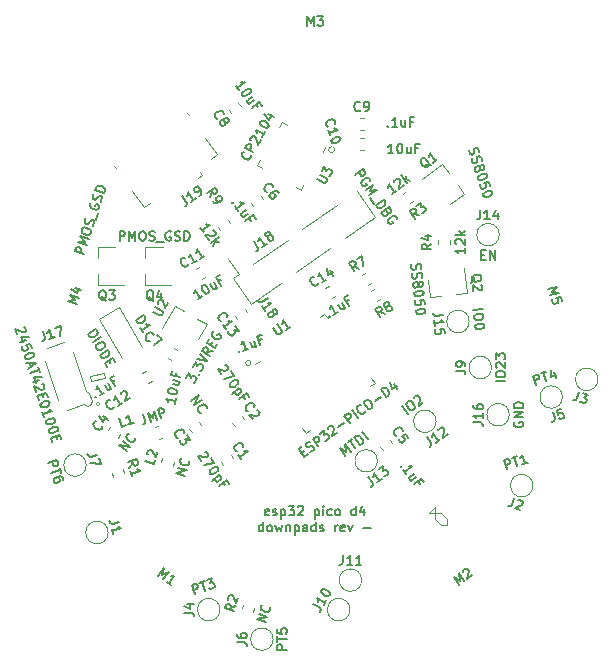
<source format=gbr>
%TF.GenerationSoftware,KiCad,Pcbnew,5.1.6-c6e7f7d~87~ubuntu18.04.1*%
%TF.CreationDate,2020-07-29T15:25:13-07:00*%
%TF.ProjectId,esp32_picod4_downpads,65737033-325f-4706-9963-6f64345f646f,rev?*%
%TF.SameCoordinates,Original*%
%TF.FileFunction,Legend,Top*%
%TF.FilePolarity,Positive*%
%FSLAX46Y46*%
G04 Gerber Fmt 4.6, Leading zero omitted, Abs format (unit mm)*
G04 Created by KiCad (PCBNEW 5.1.6-c6e7f7d~87~ubuntu18.04.1) date 2020-07-29 15:25:13*
%MOMM*%
%LPD*%
G01*
G04 APERTURE LIST*
%ADD10C,0.150000*%
%ADD11C,0.120000*%
G04 APERTURE END LIST*
D10*
X96079238Y-111988809D02*
X96003047Y-112026904D01*
X95850666Y-112026904D01*
X95774476Y-111988809D01*
X95736380Y-111912619D01*
X95736380Y-111607857D01*
X95774476Y-111531666D01*
X95850666Y-111493571D01*
X96003047Y-111493571D01*
X96079238Y-111531666D01*
X96117333Y-111607857D01*
X96117333Y-111684047D01*
X95736380Y-111760238D01*
X96422095Y-111988809D02*
X96498285Y-112026904D01*
X96650666Y-112026904D01*
X96726857Y-111988809D01*
X96764952Y-111912619D01*
X96764952Y-111874523D01*
X96726857Y-111798333D01*
X96650666Y-111760238D01*
X96536380Y-111760238D01*
X96460190Y-111722142D01*
X96422095Y-111645952D01*
X96422095Y-111607857D01*
X96460190Y-111531666D01*
X96536380Y-111493571D01*
X96650666Y-111493571D01*
X96726857Y-111531666D01*
X97107809Y-111493571D02*
X97107809Y-112293571D01*
X97107809Y-111531666D02*
X97184000Y-111493571D01*
X97336380Y-111493571D01*
X97412571Y-111531666D01*
X97450666Y-111569761D01*
X97488761Y-111645952D01*
X97488761Y-111874523D01*
X97450666Y-111950714D01*
X97412571Y-111988809D01*
X97336380Y-112026904D01*
X97184000Y-112026904D01*
X97107809Y-111988809D01*
X97755428Y-111226904D02*
X98250666Y-111226904D01*
X97984000Y-111531666D01*
X98098285Y-111531666D01*
X98174476Y-111569761D01*
X98212571Y-111607857D01*
X98250666Y-111684047D01*
X98250666Y-111874523D01*
X98212571Y-111950714D01*
X98174476Y-111988809D01*
X98098285Y-112026904D01*
X97869714Y-112026904D01*
X97793523Y-111988809D01*
X97755428Y-111950714D01*
X98555428Y-111303095D02*
X98593523Y-111265000D01*
X98669714Y-111226904D01*
X98860190Y-111226904D01*
X98936380Y-111265000D01*
X98974476Y-111303095D01*
X99012571Y-111379285D01*
X99012571Y-111455476D01*
X98974476Y-111569761D01*
X98517333Y-112026904D01*
X99012571Y-112026904D01*
X99964952Y-111493571D02*
X99964952Y-112293571D01*
X99964952Y-111531666D02*
X100041142Y-111493571D01*
X100193523Y-111493571D01*
X100269714Y-111531666D01*
X100307809Y-111569761D01*
X100345904Y-111645952D01*
X100345904Y-111874523D01*
X100307809Y-111950714D01*
X100269714Y-111988809D01*
X100193523Y-112026904D01*
X100041142Y-112026904D01*
X99964952Y-111988809D01*
X100688761Y-112026904D02*
X100688761Y-111493571D01*
X100688761Y-111226904D02*
X100650666Y-111265000D01*
X100688761Y-111303095D01*
X100726857Y-111265000D01*
X100688761Y-111226904D01*
X100688761Y-111303095D01*
X101412571Y-111988809D02*
X101336380Y-112026904D01*
X101184000Y-112026904D01*
X101107809Y-111988809D01*
X101069714Y-111950714D01*
X101031619Y-111874523D01*
X101031619Y-111645952D01*
X101069714Y-111569761D01*
X101107809Y-111531666D01*
X101184000Y-111493571D01*
X101336380Y-111493571D01*
X101412571Y-111531666D01*
X101869714Y-112026904D02*
X101793523Y-111988809D01*
X101755428Y-111950714D01*
X101717333Y-111874523D01*
X101717333Y-111645952D01*
X101755428Y-111569761D01*
X101793523Y-111531666D01*
X101869714Y-111493571D01*
X101984000Y-111493571D01*
X102060190Y-111531666D01*
X102098285Y-111569761D01*
X102136380Y-111645952D01*
X102136380Y-111874523D01*
X102098285Y-111950714D01*
X102060190Y-111988809D01*
X101984000Y-112026904D01*
X101869714Y-112026904D01*
X103431619Y-112026904D02*
X103431619Y-111226904D01*
X103431619Y-111988809D02*
X103355428Y-112026904D01*
X103203047Y-112026904D01*
X103126857Y-111988809D01*
X103088761Y-111950714D01*
X103050666Y-111874523D01*
X103050666Y-111645952D01*
X103088761Y-111569761D01*
X103126857Y-111531666D01*
X103203047Y-111493571D01*
X103355428Y-111493571D01*
X103431619Y-111531666D01*
X104155428Y-111493571D02*
X104155428Y-112026904D01*
X103964952Y-111188809D02*
X103774476Y-111760238D01*
X104269714Y-111760238D01*
X95603047Y-113376904D02*
X95603047Y-112576904D01*
X95603047Y-113338809D02*
X95526857Y-113376904D01*
X95374476Y-113376904D01*
X95298285Y-113338809D01*
X95260190Y-113300714D01*
X95222095Y-113224523D01*
X95222095Y-112995952D01*
X95260190Y-112919761D01*
X95298285Y-112881666D01*
X95374476Y-112843571D01*
X95526857Y-112843571D01*
X95603047Y-112881666D01*
X96098285Y-113376904D02*
X96022095Y-113338809D01*
X95984000Y-113300714D01*
X95945904Y-113224523D01*
X95945904Y-112995952D01*
X95984000Y-112919761D01*
X96022095Y-112881666D01*
X96098285Y-112843571D01*
X96212571Y-112843571D01*
X96288761Y-112881666D01*
X96326857Y-112919761D01*
X96364952Y-112995952D01*
X96364952Y-113224523D01*
X96326857Y-113300714D01*
X96288761Y-113338809D01*
X96212571Y-113376904D01*
X96098285Y-113376904D01*
X96631619Y-112843571D02*
X96784000Y-113376904D01*
X96936380Y-112995952D01*
X97088761Y-113376904D01*
X97241142Y-112843571D01*
X97545904Y-112843571D02*
X97545904Y-113376904D01*
X97545904Y-112919761D02*
X97584000Y-112881666D01*
X97660190Y-112843571D01*
X97774476Y-112843571D01*
X97850666Y-112881666D01*
X97888761Y-112957857D01*
X97888761Y-113376904D01*
X98269714Y-112843571D02*
X98269714Y-113643571D01*
X98269714Y-112881666D02*
X98345904Y-112843571D01*
X98498285Y-112843571D01*
X98574476Y-112881666D01*
X98612571Y-112919761D01*
X98650666Y-112995952D01*
X98650666Y-113224523D01*
X98612571Y-113300714D01*
X98574476Y-113338809D01*
X98498285Y-113376904D01*
X98345904Y-113376904D01*
X98269714Y-113338809D01*
X99336380Y-113376904D02*
X99336380Y-112957857D01*
X99298285Y-112881666D01*
X99222095Y-112843571D01*
X99069714Y-112843571D01*
X98993523Y-112881666D01*
X99336380Y-113338809D02*
X99260190Y-113376904D01*
X99069714Y-113376904D01*
X98993523Y-113338809D01*
X98955428Y-113262619D01*
X98955428Y-113186428D01*
X98993523Y-113110238D01*
X99069714Y-113072142D01*
X99260190Y-113072142D01*
X99336380Y-113034047D01*
X100060190Y-113376904D02*
X100060190Y-112576904D01*
X100060190Y-113338809D02*
X99984000Y-113376904D01*
X99831619Y-113376904D01*
X99755428Y-113338809D01*
X99717333Y-113300714D01*
X99679238Y-113224523D01*
X99679238Y-112995952D01*
X99717333Y-112919761D01*
X99755428Y-112881666D01*
X99831619Y-112843571D01*
X99984000Y-112843571D01*
X100060190Y-112881666D01*
X100403047Y-113338809D02*
X100479238Y-113376904D01*
X100631619Y-113376904D01*
X100707809Y-113338809D01*
X100745904Y-113262619D01*
X100745904Y-113224523D01*
X100707809Y-113148333D01*
X100631619Y-113110238D01*
X100517333Y-113110238D01*
X100441142Y-113072142D01*
X100403047Y-112995952D01*
X100403047Y-112957857D01*
X100441142Y-112881666D01*
X100517333Y-112843571D01*
X100631619Y-112843571D01*
X100707809Y-112881666D01*
X101698285Y-113376904D02*
X101698285Y-112843571D01*
X101698285Y-112995952D02*
X101736380Y-112919761D01*
X101774476Y-112881666D01*
X101850666Y-112843571D01*
X101926857Y-112843571D01*
X102498285Y-113338809D02*
X102422095Y-113376904D01*
X102269714Y-113376904D01*
X102193523Y-113338809D01*
X102155428Y-113262619D01*
X102155428Y-112957857D01*
X102193523Y-112881666D01*
X102269714Y-112843571D01*
X102422095Y-112843571D01*
X102498285Y-112881666D01*
X102536380Y-112957857D01*
X102536380Y-113034047D01*
X102155428Y-113110238D01*
X102803047Y-112843571D02*
X102993523Y-113376904D01*
X103184000Y-112843571D01*
X104098285Y-113072142D02*
X104707809Y-113072142D01*
D11*
X110652000Y-111832000D02*
X109636000Y-111832000D01*
X111160000Y-112340000D02*
X110652000Y-111832000D01*
X111160000Y-112848000D02*
X111160000Y-112340000D01*
X110652000Y-112848000D02*
X111160000Y-112848000D01*
X110144000Y-112340000D02*
X110652000Y-112848000D01*
X110144000Y-111324000D02*
X110144000Y-112340000D01*
X109636000Y-111832000D02*
X110144000Y-111324000D01*
X82200000Y-100350000D02*
X81025000Y-100650000D01*
X82100000Y-99950000D02*
X82200000Y-100350000D01*
X80925000Y-100250000D02*
X82100000Y-99950000D01*
X81025000Y-100650000D02*
X80925000Y-100250000D01*
X81775000Y-102575000D02*
G75*
G03*
X81775000Y-102575000I-150000J0D01*
G01*
X94576385Y-99125000D02*
G75*
G03*
X94576385Y-99125000I-226385J0D01*
G01*
X101650000Y-81050000D02*
G75*
G03*
X101650000Y-81050000I-250000J0D01*
G01*
%TO.C,J18*%
X102541058Y-88521670D02*
X105088621Y-86737847D01*
X98379766Y-91435438D02*
X101295947Y-89393506D01*
X104621705Y-87064786D02*
X105088621Y-86737847D01*
X93061379Y-91912153D02*
X93528295Y-91585214D01*
X93528295Y-91585214D02*
X92656459Y-90340103D01*
X94587092Y-94091097D02*
X97134655Y-92307274D01*
X98934699Y-87799610D02*
X101850880Y-85757678D01*
X94773407Y-90713378D02*
X97689588Y-88671446D01*
X105088621Y-86737847D02*
X103562908Y-84558903D01*
X94587092Y-94091097D02*
X93061379Y-91912153D01*
%TO.C,C1*%
X92028841Y-107530979D02*
X92220199Y-107794360D01*
X92854039Y-106931438D02*
X93045397Y-107194819D01*
%TO.C,C2*%
X93816920Y-103568539D02*
X94008278Y-103831920D01*
X92991722Y-104168080D02*
X93183080Y-104431461D01*
%TO.C,C3*%
X89545961Y-104968562D02*
X89354603Y-104705181D01*
X90371159Y-104369021D02*
X90179801Y-104105640D01*
%TO.C,C4*%
X83316920Y-105431461D02*
X83508278Y-105168080D01*
X82491722Y-104831920D02*
X82683080Y-104568539D01*
%TO.C,C5*%
X106366920Y-105618539D02*
X106558278Y-105881920D01*
X105541722Y-106218080D02*
X105733080Y-106481461D01*
%TO.C,C6*%
X94591722Y-85568080D02*
X94783080Y-85831461D01*
X95416920Y-84968539D02*
X95608278Y-85231920D01*
%TO.C,C7*%
X88313976Y-97995967D02*
X88032034Y-97833188D01*
X87803976Y-98879312D02*
X87522034Y-98716533D01*
%TO.C,C8*%
X92883080Y-77981461D02*
X92691722Y-77718080D01*
X93708278Y-77381920D02*
X93516920Y-77118539D01*
%TO.C,C9*%
X103799721Y-78340000D02*
X104125279Y-78340000D01*
X103799721Y-79360000D02*
X104125279Y-79360000D01*
%TO.C,C10*%
X103799721Y-81060000D02*
X104125279Y-81060000D01*
X103799721Y-80040000D02*
X104125279Y-80040000D01*
%TO.C,C11*%
X90414029Y-92023062D02*
X90695971Y-91860283D01*
X89904029Y-91139717D02*
X90185971Y-90976938D01*
%TO.C,C12*%
X85372034Y-99933467D02*
X85653976Y-99770688D01*
X85882034Y-100816812D02*
X86163976Y-100654033D01*
%TO.C,C13*%
X93433080Y-95431461D02*
X93241722Y-95168080D01*
X94258278Y-94831920D02*
X94066920Y-94568539D01*
%TO.C,C14*%
X101396024Y-93629312D02*
X101677966Y-93466533D01*
X100886024Y-92745967D02*
X101167966Y-92583188D01*
%TO.C,D1*%
X83441025Y-94351443D02*
X85391025Y-97728942D01*
X81708975Y-95351443D02*
X83658975Y-98728942D01*
X83441025Y-94351443D02*
X81708975Y-95351443D01*
%TO.C,J1*%
X82484014Y-113469766D02*
G75*
G03*
X82484014Y-113469766I-950000J0D01*
G01*
%TO.C,J2*%
X118450000Y-109500000D02*
G75*
G03*
X118450000Y-109500000I-950000J0D01*
G01*
%TO.C,J3*%
X123950000Y-100500000D02*
G75*
G03*
X123950000Y-100500000I-950000J0D01*
G01*
%TO.C,J4*%
X91950000Y-120000000D02*
G75*
G03*
X91950000Y-120000000I-950000J0D01*
G01*
%TO.C,J5*%
X120950000Y-102000000D02*
G75*
G03*
X120950000Y-102000000I-950000J0D01*
G01*
%TO.C,J6*%
X96450000Y-122500000D02*
G75*
G03*
X96450000Y-122500000I-950000J0D01*
G01*
%TO.C,J7*%
X80629914Y-107763427D02*
G75*
G03*
X80629914Y-107763427I-950000J0D01*
G01*
%TO.C,J9*%
X114950000Y-99500000D02*
G75*
G03*
X114950000Y-99500000I-950000J0D01*
G01*
%TO.C,J10*%
X102950000Y-120000000D02*
G75*
G03*
X102950000Y-120000000I-950000J0D01*
G01*
%TO.C,J11*%
X103950000Y-117500000D02*
G75*
G03*
X103950000Y-117500000I-950000J0D01*
G01*
%TO.C,J12*%
X110250000Y-104050000D02*
G75*
G03*
X110250000Y-104050000I-950000J0D01*
G01*
%TO.C,J13*%
X105280000Y-107400000D02*
G75*
G03*
X105280000Y-107400000I-950000J0D01*
G01*
%TO.C,J14*%
X115600000Y-88250000D02*
G75*
G03*
X115600000Y-88250000I-950000J0D01*
G01*
%TO.C,J15*%
X113050000Y-95600000D02*
G75*
G03*
X113050000Y-95600000I-950000J0D01*
G01*
%TO.C,J16*%
X116450000Y-103500000D02*
G75*
G03*
X116450000Y-103500000I-950000J0D01*
G01*
%TO.C,J17*%
X80413089Y-102608643D02*
X78986504Y-103072168D01*
X78201959Y-102275620D02*
X77120400Y-98946922D01*
X77286911Y-97841357D02*
X78713496Y-97377832D01*
X80728107Y-102769153D02*
X80413089Y-102608643D01*
X80965872Y-102691898D02*
X80728107Y-102769153D01*
X81126382Y-102376880D02*
X80965872Y-102691898D01*
X80894619Y-101663588D02*
X81126382Y-102376880D01*
X80579600Y-101503078D02*
X80894619Y-101663588D01*
X79498041Y-98174380D02*
X80579600Y-101503078D01*
%TO.C,J19*%
X90455918Y-83224791D02*
X90226682Y-82909274D01*
X90455918Y-83224791D02*
X90091861Y-83489294D01*
X85538244Y-85932443D02*
X86064105Y-85550382D01*
X84521376Y-84532843D02*
X85538244Y-85932443D01*
X89175477Y-77974746D02*
X89298912Y-78144640D01*
X83010767Y-82453670D02*
X83134202Y-82623563D01*
X90686085Y-80053920D02*
X91702954Y-81453519D01*
X91702954Y-81453519D02*
X91169002Y-81841458D01*
%TO.C,L1*%
X86747213Y-104464660D02*
X86437589Y-104565263D01*
X87062411Y-105434737D02*
X86752787Y-105535340D01*
%TO.C,Q1*%
X112634537Y-84819315D02*
X112087896Y-84066929D01*
X110777135Y-82262821D02*
X111323776Y-83015207D01*
X110777135Y-82262821D02*
X109029659Y-83532438D01*
X112634537Y-84819315D02*
X111453372Y-85677482D01*
%TO.C,Q2*%
X109708097Y-93520992D02*
X109555485Y-92068990D01*
X112850786Y-93190682D02*
X112625005Y-91042514D01*
X112850786Y-93190682D02*
X111925881Y-93287893D01*
X109708097Y-93520992D02*
X110633002Y-93423780D01*
%TO.C,Q3*%
X81640000Y-89320000D02*
X83100000Y-89320000D01*
X81640000Y-92480000D02*
X83800000Y-92480000D01*
X81640000Y-92480000D02*
X81640000Y-91550000D01*
X81640000Y-89320000D02*
X81640000Y-90250000D01*
%TO.C,Q4*%
X85640000Y-89320000D02*
X85640000Y-90250000D01*
X85640000Y-92480000D02*
X85640000Y-91550000D01*
X85640000Y-92480000D02*
X87800000Y-92480000D01*
X85640000Y-89320000D02*
X87100000Y-89320000D01*
%TO.C,R1*%
X83739717Y-108112124D02*
X83840320Y-108421748D01*
X82769640Y-108427322D02*
X82870243Y-108736946D01*
%TO.C,R2*%
X93789660Y-119897213D02*
X93890263Y-119587589D01*
X94759737Y-120212411D02*
X94860340Y-119902787D01*
%TO.C,R3*%
X107731920Y-84591722D02*
X107468539Y-84783080D01*
X108331461Y-85416920D02*
X108068080Y-85608278D01*
%TO.C,R4*%
X110390000Y-89062779D02*
X110390000Y-88737221D01*
X111410000Y-89062779D02*
X111410000Y-88737221D01*
%TO.C,R7*%
X104462715Y-92519120D02*
X104744657Y-92356341D01*
X103952715Y-91635775D02*
X104234657Y-91472996D01*
%TO.C,R8*%
X105017966Y-92833188D02*
X104736024Y-92995967D01*
X105527966Y-93716533D02*
X105246024Y-93879312D01*
%TO.C,R9*%
X92616920Y-86968539D02*
X92808278Y-87231920D01*
X91791722Y-87568080D02*
X91983080Y-87831461D01*
%TO.C,U1*%
X95341827Y-98922155D02*
X94957544Y-99201353D01*
X105042456Y-100798647D02*
X104763258Y-100414364D01*
X104658173Y-101077845D02*
X105042456Y-100798647D01*
X99201353Y-105042456D02*
X98922155Y-104658173D01*
X99585636Y-104763258D02*
X99201353Y-105042456D01*
X100798647Y-94957544D02*
X101077845Y-95341827D01*
X100414364Y-95236742D02*
X100798647Y-94957544D01*
%TO.C,U2*%
X90848320Y-95831821D02*
X90118320Y-97096218D01*
X88111680Y-94251821D02*
X87031680Y-96122436D01*
X88111680Y-94251821D02*
X88917083Y-94716821D01*
X90848320Y-95831821D02*
X90042917Y-95366821D01*
%TO.C,U3*%
X100644814Y-81239048D02*
X100882314Y-80827686D01*
X95117686Y-82372314D02*
X95529048Y-82609814D01*
X95355186Y-81960952D02*
X95117686Y-82372314D01*
X97227686Y-78717686D02*
X97639048Y-78955186D01*
X96990186Y-79129048D02*
X97227686Y-78717686D01*
X98772314Y-84482314D02*
X98360952Y-84244814D01*
X99009814Y-84070952D02*
X98772314Y-84482314D01*
%TO.C,L2*%
X87934737Y-107812411D02*
X88035340Y-107502787D01*
X86964660Y-107497213D02*
X87065263Y-107187589D01*
%TO.C,J18*%
D10*
X95987407Y-93593220D02*
X95519320Y-93920978D01*
X95403852Y-93955324D01*
X95297740Y-93936613D01*
X95200982Y-93864846D01*
X95157281Y-93802435D01*
X95790947Y-94707403D02*
X95528740Y-94332933D01*
X95659843Y-94520168D02*
X96315165Y-94061307D01*
X96177847Y-94064447D01*
X96071734Y-94045736D01*
X95996827Y-94005175D01*
X96427622Y-94819666D02*
X96415127Y-94735404D01*
X96424482Y-94682347D01*
X96465044Y-94607441D01*
X96496249Y-94585590D01*
X96580511Y-94573095D01*
X96633568Y-94582450D01*
X96708475Y-94623011D01*
X96795877Y-94747834D01*
X96808372Y-94832096D01*
X96799017Y-94885153D01*
X96758456Y-94960060D01*
X96727250Y-94981910D01*
X96642988Y-94994405D01*
X96589931Y-94985050D01*
X96515025Y-94944489D01*
X96427622Y-94819666D01*
X96352716Y-94779105D01*
X96299659Y-94769750D01*
X96215397Y-94782245D01*
X96090574Y-94869647D01*
X96050013Y-94944554D01*
X96040658Y-94997610D01*
X96053153Y-95081872D01*
X96140555Y-95206695D01*
X96215462Y-95247256D01*
X96268518Y-95256612D01*
X96352780Y-95244116D01*
X96477604Y-95156714D01*
X96518165Y-95081807D01*
X96527520Y-95028751D01*
X96515025Y-94944489D01*
X103373551Y-83175988D02*
X104028872Y-82717126D01*
X104203677Y-82966773D01*
X104216172Y-83051035D01*
X104206817Y-83104091D01*
X104166255Y-83178998D01*
X104072638Y-83244550D01*
X103988376Y-83257045D01*
X103935320Y-83247690D01*
X103860413Y-83207129D01*
X103685609Y-82957482D01*
X104696883Y-83737562D02*
X104684388Y-83653300D01*
X104618837Y-83559683D01*
X104522079Y-83487916D01*
X104415967Y-83469205D01*
X104331704Y-83481701D01*
X104185031Y-83537897D01*
X104091413Y-83603449D01*
X103988441Y-83722057D01*
X103947880Y-83796963D01*
X103929169Y-83903076D01*
X103963515Y-84018544D01*
X104007216Y-84080956D01*
X104103973Y-84152722D01*
X104157030Y-84162078D01*
X104375470Y-84009124D01*
X104288068Y-83884301D01*
X104291273Y-84486631D02*
X104946595Y-84027770D01*
X104631461Y-84573968D01*
X105252502Y-84464651D01*
X104597180Y-84923512D01*
X104644021Y-85123242D02*
X104993630Y-85622535D01*
X105165294Y-85734863D02*
X105820616Y-85276001D01*
X105929868Y-85432030D01*
X105964214Y-85547498D01*
X105945504Y-85653611D01*
X105904943Y-85728518D01*
X105801970Y-85847126D01*
X105708353Y-85912677D01*
X105561679Y-85968874D01*
X105477417Y-85981369D01*
X105371304Y-85962658D01*
X105274547Y-85890891D01*
X105165294Y-85734863D01*
X106120373Y-86368269D02*
X106154719Y-86483737D01*
X106145363Y-86536793D01*
X106104802Y-86611700D01*
X106011185Y-86677252D01*
X105926923Y-86689747D01*
X105873866Y-86680392D01*
X105798960Y-86639831D01*
X105624155Y-86390184D01*
X106279477Y-85931323D01*
X106432431Y-86149764D01*
X106444926Y-86234026D01*
X106435571Y-86287082D01*
X106395010Y-86361989D01*
X106332598Y-86405690D01*
X106248336Y-86418185D01*
X106195280Y-86408830D01*
X106120373Y-86368269D01*
X105967419Y-86149828D01*
X106947488Y-86951759D02*
X106934993Y-86867497D01*
X106869441Y-86773879D01*
X106772684Y-86702113D01*
X106666571Y-86683402D01*
X106582309Y-86695897D01*
X106435635Y-86752094D01*
X106342018Y-86817645D01*
X106239045Y-86936253D01*
X106198484Y-87011160D01*
X106179774Y-87117273D01*
X106214120Y-87232741D01*
X106257821Y-87295152D01*
X106354578Y-87366919D01*
X106407634Y-87376274D01*
X106626075Y-87223321D01*
X106538673Y-87098497D01*
X94801607Y-88826577D02*
X95129365Y-89294664D01*
X95163711Y-89410132D01*
X95145000Y-89516244D01*
X95073233Y-89613002D01*
X95010822Y-89656703D01*
X95915790Y-89023037D02*
X95541320Y-89285244D01*
X95728555Y-89154141D02*
X95269694Y-88498819D01*
X95272834Y-88636137D01*
X95254123Y-88742250D01*
X95213562Y-88817157D01*
X96028053Y-88386362D02*
X95943791Y-88398857D01*
X95890734Y-88389502D01*
X95815828Y-88348940D01*
X95793977Y-88317735D01*
X95781482Y-88233473D01*
X95790837Y-88180416D01*
X95831398Y-88105509D01*
X95956221Y-88018107D01*
X96040483Y-88005612D01*
X96093540Y-88014967D01*
X96168447Y-88055528D01*
X96190297Y-88086734D01*
X96202792Y-88170996D01*
X96193437Y-88224053D01*
X96152876Y-88298959D01*
X96028053Y-88386362D01*
X95987492Y-88461268D01*
X95978137Y-88514325D01*
X95990632Y-88598587D01*
X96078034Y-88723410D01*
X96152941Y-88763971D01*
X96205997Y-88773326D01*
X96290259Y-88760831D01*
X96415082Y-88673429D01*
X96455643Y-88598522D01*
X96464999Y-88545466D01*
X96452503Y-88461204D01*
X96365101Y-88336380D01*
X96290194Y-88295819D01*
X96237138Y-88286464D01*
X96152876Y-88298959D01*
%TO.C,C1*%
X93384493Y-106582435D02*
X93331282Y-106574007D01*
X93233287Y-106503940D01*
X93188503Y-106442301D01*
X93152147Y-106327450D01*
X93169003Y-106221027D01*
X93208251Y-106145423D01*
X93309138Y-106025036D01*
X93401597Y-105957861D01*
X93547267Y-105899113D01*
X93631299Y-105885149D01*
X93737722Y-105902005D01*
X93835717Y-105972072D01*
X93880500Y-106033712D01*
X93916856Y-106148563D01*
X93908428Y-106201774D01*
X93770690Y-107243613D02*
X93501989Y-106873776D01*
X93636339Y-107058695D02*
X94283553Y-106588466D01*
X94146310Y-106594002D01*
X94039887Y-106577147D01*
X93964284Y-106537899D01*
X90676576Y-106619233D02*
X90729787Y-106627661D01*
X90805390Y-106666908D01*
X90917350Y-106821007D01*
X90931314Y-106905038D01*
X90922886Y-106958249D01*
X90883638Y-107033853D01*
X90821999Y-107078636D01*
X90707148Y-107114992D01*
X90068610Y-107013858D01*
X90359703Y-107414514D01*
X91163660Y-107160023D02*
X91477145Y-107591499D01*
X90628405Y-107784350D01*
X91745847Y-107961335D02*
X91790631Y-108022975D01*
X91804594Y-108107006D01*
X91796167Y-108160218D01*
X91756919Y-108235821D01*
X91656032Y-108356208D01*
X91501934Y-108468167D01*
X91356263Y-108526915D01*
X91272232Y-108540878D01*
X91219020Y-108532451D01*
X91143417Y-108493203D01*
X91098633Y-108431564D01*
X91084669Y-108347532D01*
X91093097Y-108294321D01*
X91132345Y-108218718D01*
X91233232Y-108098331D01*
X91387330Y-107986372D01*
X91533001Y-107927624D01*
X91617032Y-107913660D01*
X91670244Y-107922088D01*
X91745847Y-107961335D01*
X91888378Y-108611193D02*
X91241165Y-109081421D01*
X91857558Y-108633585D02*
X91933162Y-108672833D01*
X92022729Y-108796111D01*
X92036693Y-108880143D01*
X92028265Y-108933354D01*
X91989018Y-109008958D01*
X91804099Y-109143308D01*
X91720068Y-109157272D01*
X91666857Y-109148844D01*
X91591253Y-109109597D01*
X91501686Y-108986318D01*
X91487722Y-108902287D01*
X92378106Y-109479681D02*
X92221364Y-109263943D01*
X91882347Y-109510253D02*
X92529561Y-109040025D01*
X92753479Y-109348222D01*
%TO.C,C2*%
X94347374Y-103219536D02*
X94294163Y-103211108D01*
X94196168Y-103141041D01*
X94151384Y-103079402D01*
X94115028Y-102964551D01*
X94131884Y-102858128D01*
X94171132Y-102782524D01*
X94272019Y-102662137D01*
X94364478Y-102594962D01*
X94510148Y-102536214D01*
X94594180Y-102522250D01*
X94700603Y-102539106D01*
X94798598Y-102609173D01*
X94843381Y-102670813D01*
X94879737Y-102785664D01*
X94871309Y-102838875D01*
X95050444Y-103085433D02*
X95103655Y-103093861D01*
X95179259Y-103133108D01*
X95291218Y-103287207D01*
X95305182Y-103371238D01*
X95296754Y-103424449D01*
X95257506Y-103500053D01*
X95195867Y-103544836D01*
X95081016Y-103581192D01*
X94442478Y-103480058D01*
X94733571Y-103880714D01*
X92371351Y-99265801D02*
X92424562Y-99274229D01*
X92500165Y-99313476D01*
X92612125Y-99467575D01*
X92626089Y-99551606D01*
X92617661Y-99604817D01*
X92578413Y-99680421D01*
X92516774Y-99725204D01*
X92401923Y-99761560D01*
X91763385Y-99660426D01*
X92054478Y-100061082D01*
X92858435Y-99806591D02*
X93171920Y-100238067D01*
X92323180Y-100430918D01*
X93440622Y-100607903D02*
X93485406Y-100669543D01*
X93499369Y-100753574D01*
X93490942Y-100806786D01*
X93451694Y-100882389D01*
X93350807Y-101002776D01*
X93196709Y-101114735D01*
X93051038Y-101173483D01*
X92967007Y-101187446D01*
X92913795Y-101179019D01*
X92838192Y-101139771D01*
X92793408Y-101078132D01*
X92779444Y-100994100D01*
X92787872Y-100940889D01*
X92827120Y-100865286D01*
X92928007Y-100744899D01*
X93082105Y-100632940D01*
X93227776Y-100574192D01*
X93311807Y-100560228D01*
X93365019Y-100568656D01*
X93440622Y-100607903D01*
X93583153Y-101257761D02*
X92935940Y-101727989D01*
X93552333Y-101280153D02*
X93627937Y-101319401D01*
X93717504Y-101442679D01*
X93731468Y-101526711D01*
X93723040Y-101579922D01*
X93683793Y-101655526D01*
X93498874Y-101789876D01*
X93414843Y-101803840D01*
X93361632Y-101795412D01*
X93286028Y-101756165D01*
X93196461Y-101632886D01*
X93182497Y-101548855D01*
X94072881Y-102126249D02*
X93916139Y-101910511D01*
X93577122Y-102156821D02*
X94224336Y-101686593D01*
X94448254Y-101994790D01*
%TO.C,C3*%
X88396467Y-105437703D02*
X88343256Y-105429275D01*
X88245261Y-105359208D01*
X88200477Y-105297569D01*
X88164121Y-105182718D01*
X88180977Y-105076295D01*
X88220225Y-105000691D01*
X88321112Y-104880304D01*
X88413571Y-104813129D01*
X88559241Y-104754381D01*
X88643273Y-104740417D01*
X88749696Y-104757273D01*
X88847691Y-104827340D01*
X88892474Y-104888980D01*
X88928830Y-105003831D01*
X88920402Y-105057042D01*
X89138784Y-105227997D02*
X89429878Y-105628653D01*
X89026578Y-105592049D01*
X89093753Y-105684508D01*
X89107717Y-105768540D01*
X89099289Y-105821751D01*
X89060042Y-105897354D01*
X88905943Y-106009313D01*
X88821912Y-106023277D01*
X88768700Y-106014850D01*
X88693097Y-105975602D01*
X88558746Y-105790684D01*
X88544782Y-105706653D01*
X88553210Y-105653441D01*
X89487747Y-102314197D02*
X90134961Y-101843969D01*
X89756449Y-102684033D01*
X90403663Y-102213805D01*
X90310709Y-103317283D02*
X90257497Y-103308855D01*
X90159502Y-103238788D01*
X90114718Y-103177148D01*
X90078363Y-103062297D01*
X90095218Y-102955874D01*
X90134466Y-102880271D01*
X90235353Y-102759884D01*
X90327812Y-102692709D01*
X90473483Y-102633961D01*
X90557514Y-102619997D01*
X90663937Y-102636853D01*
X90761932Y-102706920D01*
X90806716Y-102768559D01*
X90843071Y-102883410D01*
X90834643Y-102936622D01*
%TO.C,C4*%
X81995882Y-104435274D02*
X82004310Y-104488486D01*
X81967954Y-104603336D01*
X81923170Y-104664976D01*
X81825175Y-104735043D01*
X81718752Y-104751899D01*
X81634721Y-104737935D01*
X81489050Y-104679187D01*
X81396591Y-104612012D01*
X81295704Y-104491625D01*
X81256457Y-104416022D01*
X81239601Y-104309599D01*
X81275957Y-104194748D01*
X81320740Y-104133108D01*
X81418736Y-104063041D01*
X81471947Y-104054613D01*
X82029098Y-103611818D02*
X82460574Y-103925303D01*
X81670582Y-103586782D02*
X82020918Y-104076757D01*
X82312012Y-103676101D01*
X84080216Y-106561780D02*
X83433002Y-106091552D01*
X84348917Y-106191943D01*
X83701704Y-105721715D01*
X84779898Y-105469126D02*
X84788326Y-105522338D01*
X84751970Y-105637189D01*
X84707187Y-105698828D01*
X84609191Y-105768896D01*
X84502768Y-105785751D01*
X84418737Y-105771787D01*
X84273067Y-105713040D01*
X84180607Y-105645864D01*
X84079720Y-105525477D01*
X84040473Y-105449874D01*
X84023617Y-105343451D01*
X84059973Y-105228600D01*
X84104757Y-105166961D01*
X84202752Y-105096893D01*
X84255963Y-105088466D01*
%TO.C,C5*%
X106897374Y-105269536D02*
X106844163Y-105261108D01*
X106746168Y-105191041D01*
X106701384Y-105129402D01*
X106665028Y-105014551D01*
X106681884Y-104908128D01*
X106721132Y-104832524D01*
X106822019Y-104712137D01*
X106914478Y-104644962D01*
X107060148Y-104586214D01*
X107144180Y-104572250D01*
X107250603Y-104589106D01*
X107348598Y-104659173D01*
X107393381Y-104720813D01*
X107429737Y-104835664D01*
X107421309Y-104888875D01*
X107908393Y-105429666D02*
X107684475Y-105121469D01*
X107353886Y-105314567D01*
X107407098Y-105322995D01*
X107482701Y-105362243D01*
X107594660Y-105516341D01*
X107608624Y-105600373D01*
X107600196Y-105653584D01*
X107560949Y-105729187D01*
X107406850Y-105841146D01*
X107322819Y-105855110D01*
X107269607Y-105846683D01*
X107194004Y-105807435D01*
X107082045Y-105653336D01*
X107068081Y-105569305D01*
X107076509Y-105516094D01*
X107320685Y-107829577D02*
X107312257Y-107882788D01*
X107259046Y-107874360D01*
X107267473Y-107821149D01*
X107320685Y-107829577D01*
X107259046Y-107874360D01*
X107729274Y-108521574D02*
X107460572Y-108151738D01*
X107594923Y-108336656D02*
X108242136Y-107866428D01*
X108104894Y-107871964D01*
X107998471Y-107855108D01*
X107922867Y-107815860D01*
X108563802Y-108762843D02*
X108132326Y-109076329D01*
X108362276Y-108485466D02*
X108023259Y-108731776D01*
X107984012Y-108807379D01*
X107997976Y-108891410D01*
X108065151Y-108983869D01*
X108140754Y-109023117D01*
X108193966Y-109031545D01*
X108852004Y-109353953D02*
X108695261Y-109138216D01*
X108356245Y-109384526D02*
X109003458Y-108914297D01*
X109227376Y-109222494D01*
%TO.C,C6*%
X95947374Y-84619536D02*
X95894163Y-84611108D01*
X95796168Y-84541041D01*
X95751384Y-84479402D01*
X95715028Y-84364551D01*
X95731884Y-84258128D01*
X95771132Y-84182524D01*
X95872019Y-84062137D01*
X95964478Y-83994962D01*
X96110148Y-83936214D01*
X96194180Y-83922250D01*
X96300603Y-83939106D01*
X96398598Y-84009173D01*
X96443381Y-84070813D01*
X96479737Y-84185664D01*
X96471309Y-84238875D01*
X96936001Y-84748846D02*
X96846434Y-84625567D01*
X96770831Y-84586320D01*
X96717619Y-84577892D01*
X96580377Y-84583428D01*
X96434706Y-84642176D01*
X96188148Y-84821310D01*
X96148901Y-84896913D01*
X96140473Y-84950125D01*
X96154437Y-85034156D01*
X96244004Y-85157435D01*
X96319607Y-85196683D01*
X96372819Y-85205110D01*
X96456850Y-85191146D01*
X96610949Y-85079187D01*
X96650196Y-85003584D01*
X96658624Y-84950373D01*
X96644660Y-84866341D01*
X96555093Y-84743063D01*
X96479490Y-84703815D01*
X96426278Y-84695387D01*
X96342247Y-84709351D01*
X93073791Y-85530110D02*
X93065363Y-85583321D01*
X93012152Y-85574893D01*
X93020579Y-85521682D01*
X93073791Y-85530110D01*
X93012152Y-85574893D01*
X93482380Y-86222107D02*
X93213678Y-85852271D01*
X93348029Y-86037189D02*
X93995242Y-85566961D01*
X93858000Y-85572497D01*
X93751577Y-85555641D01*
X93675973Y-85516393D01*
X94316908Y-86463376D02*
X93885432Y-86776862D01*
X94115382Y-86185999D02*
X93776365Y-86432309D01*
X93737118Y-86507912D01*
X93751082Y-86591943D01*
X93818257Y-86684402D01*
X93893860Y-86723650D01*
X93947072Y-86732078D01*
X94605110Y-87054486D02*
X94448367Y-86838749D01*
X94109351Y-87085059D02*
X94756564Y-86614830D01*
X94980482Y-86923027D01*
%TO.C,C7*%
X86009672Y-97280769D02*
X85957633Y-97294712D01*
X85839611Y-97270561D01*
X85773628Y-97232466D01*
X85693702Y-97142332D01*
X85665814Y-97038253D01*
X85670918Y-96953223D01*
X85714117Y-96802210D01*
X85771260Y-96703235D01*
X85880442Y-96590317D01*
X85951528Y-96543382D01*
X86055606Y-96515494D01*
X86173628Y-96539646D01*
X86239611Y-96577741D01*
X86319538Y-96667875D01*
X86333482Y-96719914D01*
X86602517Y-96787265D02*
X87064397Y-97053931D01*
X86367474Y-97575323D01*
X88225786Y-102103656D02*
X88130740Y-102550809D01*
X88178263Y-102327233D02*
X87395745Y-102160903D01*
X87491692Y-102259190D01*
X87550377Y-102349556D01*
X87571799Y-102432002D01*
X87546233Y-101452911D02*
X87562074Y-101378385D01*
X87615178Y-101311780D01*
X87660361Y-101282438D01*
X87742807Y-101261016D01*
X87899779Y-101255435D01*
X88086093Y-101295037D01*
X88227223Y-101363982D01*
X88293828Y-101417085D01*
X88323171Y-101462268D01*
X88344592Y-101544714D01*
X88328752Y-101619240D01*
X88275648Y-101685845D01*
X88230465Y-101715187D01*
X88148019Y-101736609D01*
X87991047Y-101742190D01*
X87804733Y-101702588D01*
X87663603Y-101633643D01*
X87596998Y-101580540D01*
X87567655Y-101535357D01*
X87546233Y-101452911D01*
X88005084Y-100576785D02*
X88526763Y-100687671D01*
X87933800Y-100912150D02*
X88343690Y-100999274D01*
X88426136Y-100977853D01*
X88479240Y-100911247D01*
X88503001Y-100799459D01*
X88481579Y-100717013D01*
X88452237Y-100671830D01*
X88251520Y-99967079D02*
X88196077Y-100227918D01*
X88605967Y-100315043D02*
X87823449Y-100148714D01*
X87902654Y-99776086D01*
%TO.C,C8*%
X91733586Y-78450602D02*
X91680375Y-78442174D01*
X91582380Y-78372107D01*
X91537596Y-78310468D01*
X91501240Y-78195617D01*
X91518096Y-78089194D01*
X91557344Y-78013590D01*
X91658231Y-77893203D01*
X91750690Y-77826028D01*
X91896360Y-77767280D01*
X91980392Y-77753316D01*
X92086815Y-77770172D01*
X92184810Y-77840239D01*
X92229593Y-77901879D01*
X92265949Y-78016730D01*
X92257521Y-78069941D01*
X92310485Y-78596520D02*
X92296521Y-78512489D01*
X92304949Y-78459278D01*
X92344197Y-78383674D01*
X92375016Y-78361282D01*
X92459048Y-78347319D01*
X92512259Y-78355746D01*
X92587862Y-78394994D01*
X92677430Y-78518273D01*
X92691394Y-78602304D01*
X92682966Y-78655515D01*
X92643718Y-78731119D01*
X92612899Y-78753511D01*
X92528867Y-78767475D01*
X92475656Y-78759047D01*
X92400052Y-78719799D01*
X92310485Y-78596520D01*
X92234882Y-78557273D01*
X92181670Y-78548845D01*
X92097639Y-78562809D01*
X91974360Y-78652376D01*
X91935113Y-78727979D01*
X91926685Y-78781191D01*
X91940649Y-78865222D01*
X92030216Y-78988501D01*
X92105819Y-79027749D01*
X92159031Y-79036176D01*
X92243062Y-79022212D01*
X92366341Y-78932645D01*
X92405589Y-78857042D01*
X92414016Y-78803830D01*
X92400052Y-78719799D01*
X93560290Y-76019279D02*
X93291589Y-75649442D01*
X93425940Y-75834360D02*
X94073153Y-75364132D01*
X93935910Y-75369668D01*
X93829487Y-75352813D01*
X93753884Y-75313565D01*
X94498598Y-75949706D02*
X94543381Y-76011346D01*
X94557345Y-76095377D01*
X94548917Y-76148589D01*
X94509670Y-76224192D01*
X94408783Y-76344579D01*
X94254684Y-76456538D01*
X94109014Y-76515286D01*
X94024983Y-76529250D01*
X93971771Y-76520822D01*
X93896168Y-76481574D01*
X93851384Y-76419935D01*
X93837420Y-76335903D01*
X93845848Y-76282692D01*
X93885096Y-76207089D01*
X93985983Y-76086702D01*
X94140081Y-75974743D01*
X94285752Y-75915995D01*
X94369783Y-75902031D01*
X94422994Y-75910459D01*
X94498598Y-75949706D01*
X94842655Y-76876942D02*
X94411180Y-77190427D01*
X94641129Y-76599564D02*
X94302112Y-76845874D01*
X94262865Y-76921478D01*
X94276829Y-77005509D01*
X94344004Y-77097968D01*
X94419607Y-77137216D01*
X94472819Y-77145643D01*
X95130857Y-77468052D02*
X94974114Y-77252314D01*
X94635098Y-77498624D02*
X95282311Y-77028396D01*
X95506230Y-77336593D01*
%TO.C,C9*%
X103829166Y-77705714D02*
X103791071Y-77743809D01*
X103676785Y-77781904D01*
X103600595Y-77781904D01*
X103486309Y-77743809D01*
X103410119Y-77667619D01*
X103372023Y-77591428D01*
X103333928Y-77439047D01*
X103333928Y-77324761D01*
X103372023Y-77172380D01*
X103410119Y-77096190D01*
X103486309Y-77020000D01*
X103600595Y-76981904D01*
X103676785Y-76981904D01*
X103791071Y-77020000D01*
X103829166Y-77058095D01*
X104210119Y-77781904D02*
X104362500Y-77781904D01*
X104438690Y-77743809D01*
X104476785Y-77705714D01*
X104552976Y-77591428D01*
X104591071Y-77439047D01*
X104591071Y-77134285D01*
X104552976Y-77058095D01*
X104514880Y-77020000D01*
X104438690Y-76981904D01*
X104286309Y-76981904D01*
X104210119Y-77020000D01*
X104172023Y-77058095D01*
X104133928Y-77134285D01*
X104133928Y-77324761D01*
X104172023Y-77400952D01*
X104210119Y-77439047D01*
X104286309Y-77477142D01*
X104438690Y-77477142D01*
X104514880Y-77439047D01*
X104552976Y-77400952D01*
X104591071Y-77324761D01*
X106164285Y-79035714D02*
X106202380Y-79073809D01*
X106164285Y-79111904D01*
X106126190Y-79073809D01*
X106164285Y-79035714D01*
X106164285Y-79111904D01*
X106964285Y-79111904D02*
X106507142Y-79111904D01*
X106735714Y-79111904D02*
X106735714Y-78311904D01*
X106659523Y-78426190D01*
X106583333Y-78502380D01*
X106507142Y-78540476D01*
X107650000Y-78578571D02*
X107650000Y-79111904D01*
X107307142Y-78578571D02*
X107307142Y-78997619D01*
X107345238Y-79073809D01*
X107421428Y-79111904D01*
X107535714Y-79111904D01*
X107611904Y-79073809D01*
X107650000Y-79035714D01*
X108297619Y-78692857D02*
X108030952Y-78692857D01*
X108030952Y-79111904D02*
X108030952Y-78311904D01*
X108411904Y-78311904D01*
%TO.C,C10*%
X101069346Y-79099175D02*
X101021343Y-79074717D01*
X100949796Y-78977797D01*
X100926252Y-78905335D01*
X100927167Y-78784871D01*
X100976084Y-78688865D01*
X101036773Y-78629090D01*
X101169924Y-78545771D01*
X101278616Y-78510455D01*
X101435311Y-78499598D01*
X101519545Y-78512284D01*
X101615550Y-78561201D01*
X101687097Y-78658121D01*
X101710642Y-78730583D01*
X101709727Y-78851047D01*
X101685268Y-78899050D01*
X101232326Y-79847334D02*
X101091061Y-79412565D01*
X101161694Y-79629950D02*
X101922539Y-79382736D01*
X101790303Y-79345591D01*
X101694297Y-79296673D01*
X101634522Y-79235984D01*
X102146208Y-80071120D02*
X102169752Y-80143581D01*
X102157066Y-80227815D01*
X102132607Y-80275818D01*
X102071918Y-80335592D01*
X101938767Y-80418911D01*
X101757613Y-80477772D01*
X101600918Y-80488629D01*
X101516685Y-80475943D01*
X101468682Y-80451484D01*
X101408907Y-80390795D01*
X101385363Y-80318333D01*
X101398050Y-80234100D01*
X101422508Y-80186097D01*
X101483198Y-80126322D01*
X101616349Y-80043003D01*
X101797502Y-79984143D01*
X101954197Y-79973285D01*
X102038431Y-79985972D01*
X102086433Y-80010430D01*
X102146208Y-80071120D01*
X106642857Y-81361904D02*
X106185714Y-81361904D01*
X106414285Y-81361904D02*
X106414285Y-80561904D01*
X106338095Y-80676190D01*
X106261904Y-80752380D01*
X106185714Y-80790476D01*
X107138095Y-80561904D02*
X107214285Y-80561904D01*
X107290476Y-80600000D01*
X107328571Y-80638095D01*
X107366666Y-80714285D01*
X107404761Y-80866666D01*
X107404761Y-81057142D01*
X107366666Y-81209523D01*
X107328571Y-81285714D01*
X107290476Y-81323809D01*
X107214285Y-81361904D01*
X107138095Y-81361904D01*
X107061904Y-81323809D01*
X107023809Y-81285714D01*
X106985714Y-81209523D01*
X106947619Y-81057142D01*
X106947619Y-80866666D01*
X106985714Y-80714285D01*
X107023809Y-80638095D01*
X107061904Y-80600000D01*
X107138095Y-80561904D01*
X108090476Y-80828571D02*
X108090476Y-81361904D01*
X107747619Y-80828571D02*
X107747619Y-81247619D01*
X107785714Y-81323809D01*
X107861904Y-81361904D01*
X107976190Y-81361904D01*
X108052380Y-81323809D01*
X108090476Y-81285714D01*
X108738095Y-80942857D02*
X108471428Y-80942857D01*
X108471428Y-81361904D02*
X108471428Y-80561904D01*
X108852380Y-80561904D01*
%TO.C,C11*%
X89282472Y-90766162D02*
X89268528Y-90818201D01*
X89188602Y-90908336D01*
X89122619Y-90946431D01*
X89004597Y-90970582D01*
X88900519Y-90942695D01*
X88829432Y-90895759D01*
X88720250Y-90782841D01*
X88663107Y-90683867D01*
X88619908Y-90532853D01*
X88614804Y-90447823D01*
X88642692Y-90343745D01*
X88722619Y-90253610D01*
X88788602Y-90215515D01*
X88906624Y-90191364D01*
X88958663Y-90205308D01*
X89980396Y-90451193D02*
X89584499Y-90679764D01*
X89782448Y-90565478D02*
X89382448Y-89872658D01*
X89373608Y-90009728D01*
X89345720Y-90113806D01*
X89298785Y-90184892D01*
X90640225Y-90070240D02*
X90244328Y-90298812D01*
X90442276Y-90184526D02*
X90042276Y-89491706D01*
X90033436Y-89628775D01*
X90005549Y-89732853D01*
X89958614Y-89803940D01*
X90453644Y-93480406D02*
X90057747Y-93708977D01*
X90255696Y-93594691D02*
X89855696Y-92901871D01*
X89846856Y-93038941D01*
X89818968Y-93143019D01*
X89772033Y-93214105D01*
X90482533Y-92539966D02*
X90548516Y-92501871D01*
X90633547Y-92496767D01*
X90685586Y-92510711D01*
X90756672Y-92557646D01*
X90865854Y-92670564D01*
X90961092Y-92835522D01*
X91004291Y-92986535D01*
X91009395Y-93071566D01*
X90995451Y-93123605D01*
X90948516Y-93194691D01*
X90882533Y-93232787D01*
X90797503Y-93237890D01*
X90745464Y-93223947D01*
X90674377Y-93177011D01*
X90565195Y-93064093D01*
X90469957Y-92899136D01*
X90426758Y-92748123D01*
X90421654Y-92663092D01*
X90435598Y-92611053D01*
X90482533Y-92539966D01*
X91440653Y-92294716D02*
X91707319Y-92756596D01*
X91143730Y-92466144D02*
X91353253Y-92829050D01*
X91424340Y-92875986D01*
X91509371Y-92870882D01*
X91608345Y-92813739D01*
X91655280Y-92742652D01*
X91669224Y-92690613D01*
X92058650Y-92069881D02*
X91827710Y-92203214D01*
X92037234Y-92566120D02*
X91637234Y-91873300D01*
X91967148Y-91682823D01*
%TO.C,C12*%
X82987472Y-102814578D02*
X82973528Y-102866617D01*
X82893602Y-102956752D01*
X82827619Y-102994847D01*
X82709597Y-103018998D01*
X82605519Y-102991111D01*
X82534432Y-102944175D01*
X82425250Y-102831257D01*
X82368107Y-102732283D01*
X82324908Y-102581269D01*
X82319804Y-102496239D01*
X82347692Y-102392161D01*
X82427619Y-102302026D01*
X82493602Y-102263931D01*
X82611624Y-102239780D01*
X82663663Y-102253724D01*
X83685396Y-102499609D02*
X83289499Y-102728180D01*
X83487448Y-102613894D02*
X83087448Y-101921074D01*
X83078608Y-102058144D01*
X83050720Y-102162222D01*
X83003785Y-102233308D01*
X83587423Y-101720390D02*
X83601367Y-101668351D01*
X83648302Y-101597265D01*
X83813259Y-101502026D01*
X83898290Y-101496923D01*
X83950329Y-101510866D01*
X84021416Y-101557802D01*
X84059511Y-101623785D01*
X84083662Y-101741807D01*
X83916336Y-102366275D01*
X84345225Y-102118656D01*
X81422600Y-101960292D02*
X81474640Y-101974236D01*
X81460696Y-102026275D01*
X81408657Y-102012332D01*
X81422600Y-101960292D01*
X81460696Y-102026275D01*
X82153516Y-101626275D02*
X81757619Y-101854847D01*
X81955567Y-101740561D02*
X81555567Y-101047741D01*
X81546727Y-101184810D01*
X81518840Y-101288888D01*
X81471904Y-101359975D01*
X82480695Y-100821538D02*
X82747362Y-101283418D01*
X82183772Y-100992967D02*
X82393296Y-101355872D01*
X82464383Y-101402808D01*
X82549413Y-101397704D01*
X82648388Y-101340561D01*
X82695323Y-101269474D01*
X82709267Y-101217435D01*
X83098693Y-100596703D02*
X82867753Y-100730036D01*
X83077276Y-101092942D02*
X82677276Y-100400122D01*
X83007191Y-100209646D01*
%TO.C,C13*%
X92059668Y-95592405D02*
X92006457Y-95583977D01*
X91908462Y-95513910D01*
X91863678Y-95452271D01*
X91827322Y-95337420D01*
X91844178Y-95230997D01*
X91883425Y-95155393D01*
X91984312Y-95035006D01*
X92076772Y-94967831D01*
X92222442Y-94909083D01*
X92306473Y-94895120D01*
X92412896Y-94911975D01*
X92510892Y-94982043D01*
X92555675Y-95043682D01*
X92592031Y-95158533D01*
X92583603Y-95211744D01*
X92445865Y-96253583D02*
X92177163Y-95883746D01*
X92311514Y-96068665D02*
X92958728Y-95598436D01*
X92821485Y-95603972D01*
X92715062Y-95587117D01*
X92639459Y-95547869D01*
X93249822Y-95999092D02*
X93540915Y-96399748D01*
X93137615Y-96363145D01*
X93204790Y-96455604D01*
X93218754Y-96539635D01*
X93210326Y-96592847D01*
X93171079Y-96668450D01*
X93016980Y-96780409D01*
X92932949Y-96794373D01*
X92879738Y-96785945D01*
X92804134Y-96746698D01*
X92669783Y-96561780D01*
X92655819Y-96477749D01*
X92664247Y-96424537D01*
X93555714Y-98107234D02*
X93603717Y-98131693D01*
X93579259Y-98179696D01*
X93531256Y-98155237D01*
X93555714Y-98107234D01*
X93579259Y-98179696D01*
X94340104Y-97932482D02*
X93905335Y-98073747D01*
X94122719Y-98003114D02*
X93875506Y-97242269D01*
X93838361Y-97374506D01*
X93789443Y-97470511D01*
X93728754Y-97530286D01*
X94827448Y-97213354D02*
X94992257Y-97720585D01*
X94501371Y-97319303D02*
X94630864Y-97717841D01*
X94690639Y-97778530D01*
X94774872Y-97791217D01*
X94883565Y-97755901D01*
X94944254Y-97696126D01*
X94968713Y-97648123D01*
X95478686Y-97121921D02*
X95225071Y-97204326D01*
X95354564Y-97602864D02*
X95107350Y-96842019D01*
X95469658Y-96724298D01*
%TO.C,C14*%
X100264467Y-92372412D02*
X100250523Y-92424451D01*
X100170597Y-92514586D01*
X100104614Y-92552681D01*
X99986592Y-92576832D01*
X99882514Y-92548945D01*
X99811427Y-92502009D01*
X99702245Y-92389091D01*
X99645102Y-92290117D01*
X99601903Y-92139103D01*
X99596799Y-92054073D01*
X99624687Y-91949995D01*
X99704614Y-91859860D01*
X99770597Y-91821765D01*
X99888619Y-91797614D01*
X99940658Y-91811558D01*
X100962391Y-92057443D02*
X100566494Y-92286014D01*
X100764443Y-92171728D02*
X100364443Y-91478908D01*
X100355603Y-91615978D01*
X100327715Y-91720056D01*
X100280780Y-91791142D01*
X101289571Y-91252705D02*
X101556237Y-91714586D01*
X100972232Y-91084012D02*
X101092989Y-91674122D01*
X101521878Y-91426503D01*
X101199595Y-95134958D02*
X101251635Y-95148902D01*
X101237691Y-95200941D01*
X101185652Y-95186998D01*
X101199595Y-95134958D01*
X101237691Y-95200941D01*
X101930511Y-94800941D02*
X101534614Y-95029513D01*
X101732562Y-94915227D02*
X101332562Y-94222407D01*
X101323722Y-94359476D01*
X101295835Y-94463554D01*
X101248899Y-94534641D01*
X102257690Y-93996204D02*
X102524357Y-94458084D01*
X101960767Y-94167633D02*
X102170291Y-94530538D01*
X102241378Y-94577474D01*
X102326408Y-94572370D01*
X102425383Y-94515227D01*
X102472318Y-94444140D01*
X102486262Y-94392101D01*
X102875688Y-93771369D02*
X102644748Y-93904702D01*
X102854271Y-94267608D02*
X102454271Y-93574788D01*
X102784186Y-93384312D01*
%TO.C,D1*%
X84823394Y-95469584D02*
X85516214Y-95069584D01*
X85611452Y-95234542D01*
X85635604Y-95352564D01*
X85607716Y-95456642D01*
X85560781Y-95527728D01*
X85447862Y-95636910D01*
X85348888Y-95694053D01*
X85197875Y-95737252D01*
X85112844Y-95742356D01*
X85008766Y-95714468D01*
X84918632Y-95634542D01*
X84823394Y-95469584D01*
X85432917Y-96525311D02*
X85204346Y-96129413D01*
X85318632Y-96327362D02*
X86011452Y-95927362D01*
X85874383Y-95918522D01*
X85770304Y-95890634D01*
X85699218Y-95843699D01*
X80777452Y-96661807D02*
X81470272Y-96261807D01*
X81565510Y-96426764D01*
X81589661Y-96544786D01*
X81561774Y-96648864D01*
X81514839Y-96719951D01*
X81401920Y-96829133D01*
X81302946Y-96886276D01*
X81151933Y-96929475D01*
X81066902Y-96934579D01*
X80962824Y-96906691D01*
X80872690Y-96826764D01*
X80777452Y-96661807D01*
X81177452Y-97354627D02*
X81870272Y-96954627D01*
X82136939Y-97416507D02*
X82213129Y-97548473D01*
X82218233Y-97633504D01*
X82190345Y-97737582D01*
X82077427Y-97846764D01*
X81846487Y-97980097D01*
X81695474Y-98023296D01*
X81591395Y-97995409D01*
X81520309Y-97948473D01*
X81444118Y-97816507D01*
X81439014Y-97731477D01*
X81466902Y-97627399D01*
X81579820Y-97518217D01*
X81810760Y-97384884D01*
X81961774Y-97341685D01*
X82065852Y-97369572D01*
X82136939Y-97416507D01*
X81786975Y-98410353D02*
X82479796Y-98010353D01*
X82575034Y-98175311D01*
X82599185Y-98293333D01*
X82571298Y-98397411D01*
X82524362Y-98468497D01*
X82411444Y-98577679D01*
X82312470Y-98634822D01*
X82161456Y-98678021D01*
X82076426Y-98683125D01*
X81972348Y-98655237D01*
X81882213Y-98575311D01*
X81786975Y-98410353D01*
X82549881Y-98893650D02*
X82683215Y-99124590D01*
X82377452Y-99433088D02*
X82186975Y-99103174D01*
X82879796Y-98703174D01*
X83070272Y-99033088D01*
%TO.C,J1*%
X83435603Y-112571512D02*
X82892142Y-112748093D01*
X82771678Y-112747178D01*
X82675673Y-112698261D01*
X82604126Y-112601341D01*
X82580581Y-112528879D01*
X82921972Y-113579570D02*
X82780707Y-113144802D01*
X82851339Y-113362186D02*
X83612184Y-113114972D01*
X83479948Y-113077827D01*
X83383943Y-113028910D01*
X83324168Y-112968221D01*
%TO.C,J2*%
X116872503Y-110568283D02*
X116695922Y-111111744D01*
X116624375Y-111208664D01*
X116528370Y-111257581D01*
X116407905Y-111258495D01*
X116335444Y-111234951D01*
X117175036Y-110746693D02*
X117223038Y-110722234D01*
X117307272Y-110709548D01*
X117488426Y-110768408D01*
X117549115Y-110828183D01*
X117573574Y-110876186D01*
X117586260Y-110960419D01*
X117562716Y-111032881D01*
X117491169Y-111129801D01*
X116915136Y-111423304D01*
X117386135Y-111576341D01*
X116260412Y-108120835D02*
X116013199Y-107359990D01*
X116303044Y-107265813D01*
X116387278Y-107278500D01*
X116435281Y-107302959D01*
X116495056Y-107363648D01*
X116530372Y-107472340D01*
X116517685Y-107556574D01*
X116493227Y-107604576D01*
X116432537Y-107664351D01*
X116142691Y-107758528D01*
X116665352Y-107148093D02*
X117100120Y-107006828D01*
X117129950Y-107838305D02*
X116882736Y-107077460D01*
X117999487Y-107555776D02*
X117564718Y-107697040D01*
X117782103Y-107626408D02*
X117534889Y-106865563D01*
X117497744Y-106997799D01*
X117448827Y-107093805D01*
X117388137Y-107153580D01*
%TO.C,J3*%
X122372503Y-101568283D02*
X122195922Y-102111744D01*
X122124375Y-102208664D01*
X122028370Y-102257581D01*
X121907905Y-102258495D01*
X121835444Y-102234951D01*
X122662349Y-101662459D02*
X123133349Y-101815496D01*
X122785557Y-102022937D01*
X122894249Y-102058254D01*
X122954938Y-102118029D01*
X122979397Y-102166031D01*
X122992084Y-102250265D01*
X122933223Y-102431419D01*
X122873448Y-102492108D01*
X122825446Y-102516567D01*
X122741212Y-102529253D01*
X122523828Y-102458621D01*
X122463138Y-102398846D01*
X122438680Y-102350843D01*
%TO.C,J4*%
X88913904Y-120266666D02*
X89485333Y-120266666D01*
X89599619Y-120304761D01*
X89675809Y-120380952D01*
X89713904Y-120495238D01*
X89713904Y-120571428D01*
X89180571Y-119542857D02*
X89713904Y-119542857D01*
X88875809Y-119733333D02*
X89447238Y-119923809D01*
X89447238Y-119428571D01*
X89810412Y-118680835D02*
X89563199Y-117919990D01*
X89853044Y-117825813D01*
X89937278Y-117838500D01*
X89985281Y-117862959D01*
X90045056Y-117923648D01*
X90080372Y-118032340D01*
X90067685Y-118116574D01*
X90043227Y-118164576D01*
X89982537Y-118224351D01*
X89692691Y-118318528D01*
X90215352Y-117708093D02*
X90650120Y-117566828D01*
X90679950Y-118398305D02*
X90432736Y-117637460D01*
X90831274Y-117507967D02*
X91302273Y-117354930D01*
X91142835Y-117727181D01*
X91251527Y-117691864D01*
X91335761Y-117704551D01*
X91383763Y-117729010D01*
X91443538Y-117789699D01*
X91502399Y-117970853D01*
X91489712Y-118055086D01*
X91465253Y-118103089D01*
X91404564Y-118162864D01*
X91187180Y-118233496D01*
X91102946Y-118220810D01*
X91054943Y-118196351D01*
%TO.C,J5*%
X120120266Y-103233092D02*
X120296847Y-103776553D01*
X120295932Y-103897017D01*
X120247015Y-103993022D01*
X120150095Y-104064569D01*
X120077633Y-104088114D01*
X120844880Y-102997650D02*
X120482573Y-103115371D01*
X120564063Y-103489450D01*
X120588521Y-103441447D01*
X120649211Y-103381673D01*
X120830364Y-103322812D01*
X120914598Y-103335499D01*
X120962601Y-103359957D01*
X121022376Y-103420647D01*
X121081236Y-103601800D01*
X121068549Y-103686034D01*
X121044091Y-103734037D01*
X120983401Y-103793812D01*
X120802248Y-103852672D01*
X120718014Y-103839985D01*
X120670012Y-103815527D01*
X118719632Y-100956486D02*
X118472419Y-100195641D01*
X118762264Y-100101464D01*
X118846498Y-100114151D01*
X118894501Y-100138610D01*
X118954276Y-100199299D01*
X118989592Y-100307991D01*
X118976905Y-100392225D01*
X118952447Y-100440227D01*
X118891757Y-100500002D01*
X118601911Y-100594179D01*
X119124572Y-99983744D02*
X119559340Y-99842479D01*
X119589170Y-100673956D02*
X119341956Y-99913111D01*
X120221436Y-99907741D02*
X120386246Y-100414971D01*
X119946106Y-99676755D02*
X119941534Y-100279076D01*
X120412533Y-100126039D01*
%TO.C,J6*%
X93413904Y-122766666D02*
X93985333Y-122766666D01*
X94099619Y-122804761D01*
X94175809Y-122880952D01*
X94213904Y-122995238D01*
X94213904Y-123071428D01*
X93413904Y-122042857D02*
X93413904Y-122195238D01*
X93452000Y-122271428D01*
X93490095Y-122309523D01*
X93604380Y-122385714D01*
X93756761Y-122423809D01*
X94061523Y-122423809D01*
X94137714Y-122385714D01*
X94175809Y-122347619D01*
X94213904Y-122271428D01*
X94213904Y-122119047D01*
X94175809Y-122042857D01*
X94137714Y-122004761D01*
X94061523Y-121966666D01*
X93871047Y-121966666D01*
X93794857Y-122004761D01*
X93756761Y-122042857D01*
X93718666Y-122119047D01*
X93718666Y-122271428D01*
X93756761Y-122347619D01*
X93794857Y-122385714D01*
X93871047Y-122423809D01*
X97611904Y-123395238D02*
X96811904Y-123395238D01*
X96811904Y-123090476D01*
X96850000Y-123014285D01*
X96888095Y-122976190D01*
X96964285Y-122938095D01*
X97078571Y-122938095D01*
X97154761Y-122976190D01*
X97192857Y-123014285D01*
X97230952Y-123090476D01*
X97230952Y-123395238D01*
X96811904Y-122709523D02*
X96811904Y-122252380D01*
X97611904Y-122480952D02*
X96811904Y-122480952D01*
X96811904Y-121604761D02*
X96811904Y-121985714D01*
X97192857Y-122023809D01*
X97154761Y-121985714D01*
X97116666Y-121909523D01*
X97116666Y-121719047D01*
X97154761Y-121642857D01*
X97192857Y-121604761D01*
X97269047Y-121566666D01*
X97459523Y-121566666D01*
X97535714Y-121604761D01*
X97573809Y-121642857D01*
X97611904Y-121719047D01*
X97611904Y-121909523D01*
X97573809Y-121985714D01*
X97535714Y-122023809D01*
%TO.C,J7*%
X81581503Y-106865173D02*
X81038042Y-107041754D01*
X80917578Y-107040839D01*
X80821573Y-106991922D01*
X80750026Y-106895002D01*
X80726481Y-106822540D01*
X81675680Y-107155018D02*
X81840489Y-107662248D01*
X80973695Y-107583386D01*
X77394729Y-107564619D02*
X78155574Y-107317406D01*
X78249751Y-107607251D01*
X78237064Y-107691485D01*
X78212605Y-107739488D01*
X78151916Y-107799263D01*
X78043224Y-107834579D01*
X77958990Y-107821892D01*
X77910988Y-107797434D01*
X77851213Y-107736744D01*
X77757036Y-107446898D01*
X78367471Y-107969559D02*
X78508736Y-108404327D01*
X77677259Y-108434157D02*
X78438104Y-108186943D01*
X78697090Y-108984019D02*
X78650001Y-108839096D01*
X78590226Y-108778407D01*
X78542224Y-108753948D01*
X78409987Y-108716803D01*
X78253292Y-108727660D01*
X77963446Y-108821837D01*
X77902757Y-108881612D01*
X77878298Y-108929615D01*
X77865612Y-109013848D01*
X77912700Y-109158771D01*
X77972475Y-109219460D01*
X78020478Y-109243919D01*
X78104711Y-109256606D01*
X78285865Y-109197745D01*
X78346554Y-109137970D01*
X78371013Y-109089968D01*
X78383700Y-109005734D01*
X78336611Y-108860811D01*
X78276836Y-108800122D01*
X78228834Y-108775663D01*
X78144600Y-108762977D01*
%TO.C,J9*%
X111913904Y-99766666D02*
X112485333Y-99766666D01*
X112599619Y-99804761D01*
X112675809Y-99880952D01*
X112713904Y-99995238D01*
X112713904Y-100071428D01*
X112713904Y-99347619D02*
X112713904Y-99195238D01*
X112675809Y-99119047D01*
X112637714Y-99080952D01*
X112523428Y-99004761D01*
X112371047Y-98966666D01*
X112066285Y-98966666D01*
X111990095Y-99004761D01*
X111952000Y-99042857D01*
X111913904Y-99119047D01*
X111913904Y-99271428D01*
X111952000Y-99347619D01*
X111990095Y-99385714D01*
X112066285Y-99423809D01*
X112256761Y-99423809D01*
X112332952Y-99385714D01*
X112371047Y-99347619D01*
X112409142Y-99271428D01*
X112409142Y-99119047D01*
X112371047Y-99042857D01*
X112332952Y-99004761D01*
X112256761Y-98966666D01*
X116111904Y-100680952D02*
X115311904Y-100680952D01*
X115311904Y-100147619D02*
X115311904Y-99995238D01*
X115350000Y-99919047D01*
X115426190Y-99842857D01*
X115578571Y-99804761D01*
X115845238Y-99804761D01*
X115997619Y-99842857D01*
X116073809Y-99919047D01*
X116111904Y-99995238D01*
X116111904Y-100147619D01*
X116073809Y-100223809D01*
X115997619Y-100300000D01*
X115845238Y-100338095D01*
X115578571Y-100338095D01*
X115426190Y-100300000D01*
X115350000Y-100223809D01*
X115311904Y-100147619D01*
X115388095Y-99500000D02*
X115350000Y-99461904D01*
X115311904Y-99385714D01*
X115311904Y-99195238D01*
X115350000Y-99119047D01*
X115388095Y-99080952D01*
X115464285Y-99042857D01*
X115540476Y-99042857D01*
X115654761Y-99080952D01*
X116111904Y-99538095D01*
X116111904Y-99042857D01*
X115311904Y-98776190D02*
X115311904Y-98280952D01*
X115616666Y-98547619D01*
X115616666Y-98433333D01*
X115654761Y-98357142D01*
X115692857Y-98319047D01*
X115769047Y-98280952D01*
X115959523Y-98280952D01*
X116035714Y-98319047D01*
X116073809Y-98357142D01*
X116111904Y-98433333D01*
X116111904Y-98661904D01*
X116073809Y-98738095D01*
X116035714Y-98776190D01*
%TO.C,J10*%
X99869578Y-119517806D02*
X100364450Y-119803521D01*
X100444377Y-119893655D01*
X100472264Y-119997733D01*
X100448113Y-120115755D01*
X100410018Y-120181738D01*
X100962399Y-119224986D02*
X100733827Y-119620883D01*
X100848113Y-119422935D02*
X100155293Y-119022935D01*
X100216172Y-119146061D01*
X100244059Y-119250139D01*
X100238956Y-119335169D01*
X100517197Y-118396097D02*
X100555293Y-118330114D01*
X100626379Y-118283179D01*
X100678418Y-118269235D01*
X100763449Y-118274339D01*
X100914462Y-118317538D01*
X101079420Y-118412776D01*
X101192338Y-118521958D01*
X101239273Y-118593045D01*
X101253217Y-118645084D01*
X101248113Y-118730114D01*
X101210018Y-118796097D01*
X101138931Y-118843033D01*
X101086892Y-118856976D01*
X101001861Y-118851873D01*
X100850848Y-118808674D01*
X100685891Y-118713436D01*
X100572973Y-118604254D01*
X100526037Y-118533167D01*
X100512094Y-118481128D01*
X100517197Y-118396097D01*
%TO.C,J11*%
X102352380Y-115413904D02*
X102352380Y-115985333D01*
X102314285Y-116099619D01*
X102238095Y-116175809D01*
X102123809Y-116213904D01*
X102047619Y-116213904D01*
X103152380Y-116213904D02*
X102695238Y-116213904D01*
X102923809Y-116213904D02*
X102923809Y-115413904D01*
X102847619Y-115528190D01*
X102771428Y-115604380D01*
X102695238Y-115642476D01*
X103914285Y-116213904D02*
X103457142Y-116213904D01*
X103685714Y-116213904D02*
X103685714Y-115413904D01*
X103609523Y-115528190D01*
X103533333Y-115604380D01*
X103457142Y-115642476D01*
%TO.C,J12*%
X109487229Y-105409494D02*
X109823106Y-105871789D01*
X109859462Y-105986640D01*
X109842606Y-106093063D01*
X109772539Y-106191058D01*
X109710899Y-106235842D01*
X110604671Y-105586479D02*
X110234834Y-105855181D01*
X110419752Y-105720830D02*
X109949524Y-105073617D01*
X109955060Y-105210859D01*
X109938205Y-105317282D01*
X109898957Y-105392886D01*
X110425784Y-104821771D02*
X110434211Y-104768559D01*
X110473459Y-104692956D01*
X110627557Y-104580997D01*
X110711589Y-104567033D01*
X110764800Y-104575461D01*
X110840404Y-104614708D01*
X110885187Y-104676348D01*
X110921543Y-104791198D01*
X110820408Y-105429737D01*
X111221064Y-105138643D01*
X107836884Y-103397235D02*
X107366656Y-102750021D01*
X107798132Y-102436536D02*
X107921410Y-102346968D01*
X108005442Y-102333005D01*
X108111865Y-102349860D01*
X108232252Y-102450747D01*
X108388994Y-102666485D01*
X108447742Y-102812156D01*
X108430886Y-102918579D01*
X108391639Y-102994182D01*
X108268360Y-103083749D01*
X108184329Y-103097713D01*
X108077906Y-103080858D01*
X107957519Y-102979971D01*
X107800776Y-102764233D01*
X107742028Y-102618562D01*
X107758884Y-102512139D01*
X107798132Y-102436536D01*
X108366850Y-102117514D02*
X108375278Y-102064303D01*
X108414526Y-101988699D01*
X108568624Y-101876740D01*
X108652655Y-101862776D01*
X108705867Y-101871204D01*
X108781470Y-101910452D01*
X108826254Y-101972091D01*
X108862610Y-102086942D01*
X108761475Y-102725480D01*
X109162131Y-102434387D01*
%TO.C,J13*%
X104517229Y-108759494D02*
X104853106Y-109221789D01*
X104889462Y-109336640D01*
X104872606Y-109443063D01*
X104802539Y-109541058D01*
X104740899Y-109585842D01*
X105634671Y-108936479D02*
X105264834Y-109205181D01*
X105449752Y-109070830D02*
X104979524Y-108423617D01*
X104985060Y-108560859D01*
X104968205Y-108667282D01*
X104928957Y-108742886D01*
X105380180Y-108132523D02*
X105780836Y-107841429D01*
X105744233Y-108244730D01*
X105836692Y-108177554D01*
X105920723Y-108163590D01*
X105973935Y-108172018D01*
X106049538Y-108211266D01*
X106161497Y-108365364D01*
X106175461Y-108449395D01*
X106167033Y-108502607D01*
X106127786Y-108578210D01*
X105942868Y-108712561D01*
X105858836Y-108726525D01*
X105805625Y-108718097D01*
X102574097Y-106959957D02*
X102103869Y-106312743D01*
X102655484Y-106618296D01*
X102535345Y-105999258D01*
X103005573Y-106646472D01*
X102751082Y-105842515D02*
X103120919Y-105573813D01*
X103406229Y-106355378D02*
X102936001Y-105708164D01*
X103806885Y-106064284D02*
X103336657Y-105417071D01*
X103490755Y-105305112D01*
X103605606Y-105268756D01*
X103712029Y-105285612D01*
X103787632Y-105324859D01*
X103908019Y-105425746D01*
X103975195Y-105518205D01*
X104033942Y-105663876D01*
X104047906Y-105747907D01*
X104031051Y-105854330D01*
X103960983Y-105952325D01*
X103806885Y-106064284D01*
X104454098Y-105594056D02*
X103983870Y-104946843D01*
%TO.C,J14*%
X114002380Y-86163904D02*
X114002380Y-86735333D01*
X113964285Y-86849619D01*
X113888095Y-86925809D01*
X113773809Y-86963904D01*
X113697619Y-86963904D01*
X114802380Y-86963904D02*
X114345238Y-86963904D01*
X114573809Y-86963904D02*
X114573809Y-86163904D01*
X114497619Y-86278190D01*
X114421428Y-86354380D01*
X114345238Y-86392476D01*
X115488095Y-86430571D02*
X115488095Y-86963904D01*
X115297619Y-86125809D02*
X115107142Y-86697238D01*
X115602380Y-86697238D01*
X114059523Y-89942857D02*
X114326190Y-89942857D01*
X114440476Y-90361904D02*
X114059523Y-90361904D01*
X114059523Y-89561904D01*
X114440476Y-89561904D01*
X114783333Y-90361904D02*
X114783333Y-89561904D01*
X115240476Y-90361904D01*
X115240476Y-89561904D01*
%TO.C,J15*%
X110829028Y-95082398D02*
X110260730Y-95142128D01*
X110143088Y-95116188D01*
X110059351Y-95048379D01*
X110009518Y-94938701D01*
X110001554Y-94862928D01*
X110117033Y-95961638D02*
X110069249Y-95506999D01*
X110093141Y-95734319D02*
X110888759Y-95650696D01*
X110767135Y-95586869D01*
X110683398Y-95519060D01*
X110637547Y-95447269D01*
X110988310Y-96597860D02*
X110948489Y-96218994D01*
X110565642Y-96220928D01*
X110607510Y-96254833D01*
X110653361Y-96326624D01*
X110673271Y-96516056D01*
X110643349Y-96595811D01*
X110609444Y-96637680D01*
X110537653Y-96683531D01*
X110348220Y-96703441D01*
X110268465Y-96673518D01*
X110226597Y-96639614D01*
X110180746Y-96567823D01*
X110160836Y-96378390D01*
X110190758Y-96298635D01*
X110224663Y-96256766D01*
X113396868Y-94659286D02*
X114192485Y-94575664D01*
X114248234Y-95106075D02*
X114264162Y-95257621D01*
X114234239Y-95337377D01*
X114166430Y-95421114D01*
X114018866Y-95474928D01*
X113753660Y-95502803D01*
X113598132Y-95480844D01*
X113514395Y-95413035D01*
X113468544Y-95341244D01*
X113452616Y-95189698D01*
X113482539Y-95109943D01*
X113550348Y-95026206D01*
X113697912Y-94972391D01*
X113963118Y-94944517D01*
X114118646Y-94966475D01*
X114202383Y-95034284D01*
X114248234Y-95106075D01*
X114335838Y-95939579D02*
X114343802Y-96015352D01*
X114313880Y-96095108D01*
X114279975Y-96136976D01*
X114208184Y-96182827D01*
X114060620Y-96236641D01*
X113871187Y-96256552D01*
X113715659Y-96234593D01*
X113635904Y-96204671D01*
X113594036Y-96170766D01*
X113548185Y-96098975D01*
X113540221Y-96023202D01*
X113570143Y-95943447D01*
X113604048Y-95901578D01*
X113675839Y-95855728D01*
X113823403Y-95801913D01*
X114012836Y-95782003D01*
X114168364Y-95803961D01*
X114248119Y-95833884D01*
X114289988Y-95867788D01*
X114335838Y-95939579D01*
%TO.C,J16*%
X113413904Y-104147619D02*
X113985333Y-104147619D01*
X114099619Y-104185714D01*
X114175809Y-104261904D01*
X114213904Y-104376190D01*
X114213904Y-104452380D01*
X114213904Y-103347619D02*
X114213904Y-103804761D01*
X114213904Y-103576190D02*
X113413904Y-103576190D01*
X113528190Y-103652380D01*
X113604380Y-103728571D01*
X113642476Y-103804761D01*
X113413904Y-102661904D02*
X113413904Y-102814285D01*
X113452000Y-102890476D01*
X113490095Y-102928571D01*
X113604380Y-103004761D01*
X113756761Y-103042857D01*
X114061523Y-103042857D01*
X114137714Y-103004761D01*
X114175809Y-102966666D01*
X114213904Y-102890476D01*
X114213904Y-102738095D01*
X114175809Y-102661904D01*
X114137714Y-102623809D01*
X114061523Y-102585714D01*
X113871047Y-102585714D01*
X113794857Y-102623809D01*
X113756761Y-102661904D01*
X113718666Y-102738095D01*
X113718666Y-102890476D01*
X113756761Y-102966666D01*
X113794857Y-103004761D01*
X113871047Y-103042857D01*
X116850000Y-104109523D02*
X116811904Y-104185714D01*
X116811904Y-104300000D01*
X116850000Y-104414285D01*
X116926190Y-104490476D01*
X117002380Y-104528571D01*
X117154761Y-104566666D01*
X117269047Y-104566666D01*
X117421428Y-104528571D01*
X117497619Y-104490476D01*
X117573809Y-104414285D01*
X117611904Y-104300000D01*
X117611904Y-104223809D01*
X117573809Y-104109523D01*
X117535714Y-104071428D01*
X117269047Y-104071428D01*
X117269047Y-104223809D01*
X117611904Y-103728571D02*
X116811904Y-103728571D01*
X117611904Y-103271428D01*
X116811904Y-103271428D01*
X117611904Y-102890476D02*
X116811904Y-102890476D01*
X116811904Y-102700000D01*
X116850000Y-102585714D01*
X116926190Y-102509523D01*
X117002380Y-102471428D01*
X117154761Y-102433333D01*
X117269047Y-102433333D01*
X117421428Y-102471428D01*
X117497619Y-102509523D01*
X117573809Y-102585714D01*
X117611904Y-102700000D01*
X117611904Y-102890476D01*
%TO.C,J17*%
X76939884Y-96442009D02*
X77116465Y-96985470D01*
X77115551Y-97105935D01*
X77066634Y-97201940D01*
X76969714Y-97273487D01*
X76897252Y-97297031D01*
X77947943Y-96955641D02*
X77513174Y-97096906D01*
X77730559Y-97026274D02*
X77483345Y-96265428D01*
X77446200Y-96397665D01*
X77397283Y-96493670D01*
X77336593Y-96553445D01*
X77954345Y-96112391D02*
X78461575Y-95947582D01*
X78382712Y-96814376D01*
X75340277Y-96030709D02*
X75388280Y-96055168D01*
X75448055Y-96115857D01*
X75506915Y-96297011D01*
X75494229Y-96381244D01*
X75469770Y-96429247D01*
X75409081Y-96489022D01*
X75336619Y-96512566D01*
X75216155Y-96511652D01*
X74640122Y-96218148D01*
X74793159Y-96689147D01*
X75512286Y-97176491D02*
X75005056Y-97341300D01*
X75743271Y-96901161D02*
X75140950Y-96896589D01*
X75293987Y-97367588D01*
X76013115Y-97854932D02*
X75895394Y-97492625D01*
X75521315Y-97574115D01*
X75569317Y-97598573D01*
X75629092Y-97659263D01*
X75687953Y-97840416D01*
X75675266Y-97924650D01*
X75650807Y-97972653D01*
X75590118Y-98032428D01*
X75408964Y-98091288D01*
X75324731Y-98078601D01*
X75276728Y-98054143D01*
X75216953Y-97993453D01*
X75158093Y-97812300D01*
X75170779Y-97728066D01*
X75195238Y-97680063D01*
X76177924Y-98362162D02*
X76201468Y-98434624D01*
X76188781Y-98518857D01*
X76164323Y-98566860D01*
X76103633Y-98626635D01*
X75970482Y-98709954D01*
X75789329Y-98768814D01*
X75632634Y-98779672D01*
X75548400Y-98766985D01*
X75500398Y-98742527D01*
X75440623Y-98681837D01*
X75417079Y-98609376D01*
X75429765Y-98525142D01*
X75454224Y-98477139D01*
X75514913Y-98417364D01*
X75648064Y-98334045D01*
X75829218Y-98275185D01*
X75985913Y-98264327D01*
X76070146Y-98277014D01*
X76118149Y-98301473D01*
X76177924Y-98362162D01*
X75811044Y-99082204D02*
X75928765Y-99444511D01*
X75570116Y-99080375D02*
X76413365Y-99086777D01*
X75734925Y-99587605D01*
X76542858Y-99485315D02*
X76684123Y-99920083D01*
X75852645Y-99949912D02*
X76613491Y-99702699D01*
X76618861Y-100582179D02*
X76111631Y-100746988D01*
X76849847Y-100306849D02*
X76247525Y-100302277D01*
X76400562Y-100773276D01*
X76917736Y-100885626D02*
X76965738Y-100910085D01*
X77025513Y-100970774D01*
X77084374Y-101151928D01*
X77071687Y-101236161D01*
X77047228Y-101284164D01*
X76986539Y-101343939D01*
X76914078Y-101367483D01*
X76793613Y-101366569D01*
X76217580Y-101073065D01*
X76370617Y-101544064D01*
X76875103Y-101740648D02*
X76957508Y-101994263D01*
X76594286Y-102232448D02*
X76476565Y-101870141D01*
X77237411Y-101622927D01*
X77355131Y-101985235D01*
X77508168Y-102456234D02*
X77531712Y-102528695D01*
X77519026Y-102612929D01*
X77494567Y-102660932D01*
X77433878Y-102720707D01*
X77300727Y-102804026D01*
X77119573Y-102862886D01*
X76962878Y-102873744D01*
X76878645Y-102861057D01*
X76830642Y-102836598D01*
X76770867Y-102775909D01*
X76747323Y-102703448D01*
X76760010Y-102619214D01*
X76784468Y-102571211D01*
X76845158Y-102511436D01*
X76978309Y-102428117D01*
X77159462Y-102369257D01*
X77316157Y-102358399D01*
X77400391Y-102371086D01*
X77448393Y-102395545D01*
X77508168Y-102456234D01*
X77065169Y-103681677D02*
X76923904Y-103246908D01*
X76994537Y-103464293D02*
X77755382Y-103217079D01*
X77623146Y-103179934D01*
X77527140Y-103131017D01*
X77467365Y-103070327D01*
X77979051Y-103905463D02*
X78002596Y-103977924D01*
X77989909Y-104062158D01*
X77965450Y-104110161D01*
X77904761Y-104169936D01*
X77771610Y-104253255D01*
X77590456Y-104312115D01*
X77433762Y-104322973D01*
X77349528Y-104310286D01*
X77301525Y-104285827D01*
X77241750Y-104225138D01*
X77218206Y-104152677D01*
X77230893Y-104068443D01*
X77255351Y-104020440D01*
X77316041Y-103960665D01*
X77449192Y-103877346D01*
X77630345Y-103818486D01*
X77787040Y-103807628D01*
X77871274Y-103820315D01*
X77919276Y-103844774D01*
X77979051Y-103905463D01*
X78214493Y-104630077D02*
X78238037Y-104702539D01*
X78225350Y-104786772D01*
X78200892Y-104834775D01*
X78140202Y-104894550D01*
X78007052Y-104977869D01*
X77825898Y-105036729D01*
X77669203Y-105047587D01*
X77584970Y-105034900D01*
X77536967Y-105010442D01*
X77477192Y-104949752D01*
X77453648Y-104877291D01*
X77466334Y-104793057D01*
X77490793Y-104745055D01*
X77551482Y-104685280D01*
X77684633Y-104601961D01*
X77865787Y-104543100D01*
X78022482Y-104532243D01*
X78106715Y-104544929D01*
X78154718Y-104569388D01*
X78214493Y-104630077D01*
X78040539Y-105327490D02*
X78122943Y-105581105D01*
X77759722Y-105819290D02*
X77642001Y-105456983D01*
X78402846Y-105209769D01*
X78520567Y-105572076D01*
%TO.C,J19*%
X88773736Y-85005552D02*
X89109613Y-85467847D01*
X89145969Y-85582698D01*
X89129113Y-85689121D01*
X89059046Y-85787116D01*
X88997406Y-85831900D01*
X89891178Y-85182537D02*
X89521341Y-85451239D01*
X89706259Y-85316888D02*
X89236031Y-84669675D01*
X89241567Y-84806917D01*
X89224712Y-84913340D01*
X89185464Y-84988944D01*
X90199375Y-84958619D02*
X90322653Y-84869052D01*
X90361901Y-84793449D01*
X90370329Y-84740237D01*
X90364793Y-84602994D01*
X90306045Y-84457324D01*
X90126911Y-84210766D01*
X90051307Y-84171519D01*
X89998096Y-84163091D01*
X89914064Y-84177055D01*
X89790786Y-84266622D01*
X89751538Y-84342225D01*
X89743110Y-84395437D01*
X89757074Y-84479468D01*
X89869033Y-84633566D01*
X89944637Y-84672814D01*
X89997848Y-84681242D01*
X90081879Y-84667278D01*
X90205158Y-84577711D01*
X90244406Y-84502107D01*
X90252834Y-84448896D01*
X90238870Y-84364865D01*
%TO.C,L1*%
X83985027Y-104385394D02*
X83622719Y-104503114D01*
X83375506Y-103742269D01*
X84637180Y-104173496D02*
X84202411Y-104314761D01*
X84419795Y-104244129D02*
X84172582Y-103483284D01*
X84135437Y-103615520D01*
X84086519Y-103711525D01*
X84025830Y-103771300D01*
X85466227Y-103452891D02*
X85642809Y-103996352D01*
X85641894Y-104116816D01*
X85592977Y-104212821D01*
X85496057Y-104284368D01*
X85423595Y-104307912D01*
X86075748Y-104096015D02*
X85828535Y-103335170D01*
X86258731Y-103796226D01*
X86335765Y-103170361D01*
X86582978Y-103931206D01*
X86945286Y-103813485D02*
X86698072Y-103052640D01*
X86987918Y-102958463D01*
X87072151Y-102971150D01*
X87120154Y-102995609D01*
X87179929Y-103056298D01*
X87215245Y-103164990D01*
X87202559Y-103249224D01*
X87178100Y-103297227D01*
X87117411Y-103357001D01*
X86827565Y-103451178D01*
%TO.C,M1*%
X86732040Y-117114255D02*
X87202269Y-116467041D01*
X87082129Y-117086079D01*
X87633744Y-116780527D01*
X87163516Y-117427740D01*
X87810730Y-117897968D02*
X87440893Y-117629267D01*
X87625812Y-117763617D02*
X88096040Y-117116404D01*
X87967225Y-117164079D01*
X87860802Y-117180935D01*
X87776771Y-117166971D01*
%TO.C,M2*%
X112220089Y-117875577D02*
X111749861Y-117228363D01*
X112301476Y-117533916D01*
X112181336Y-116914877D01*
X112651565Y-117562091D01*
X112503497Y-116774990D02*
X112511925Y-116721779D01*
X112551173Y-116646176D01*
X112705271Y-116534217D01*
X112789303Y-116520253D01*
X112842514Y-116528680D01*
X112918117Y-116567928D01*
X112962901Y-116629567D01*
X112999257Y-116744418D01*
X112898122Y-117382957D01*
X113298778Y-117091863D01*
%TO.C,M4*%
X79838503Y-94125628D02*
X79077658Y-93878414D01*
X79703523Y-93801380D01*
X79242467Y-93371184D01*
X80003312Y-93618397D01*
X79719751Y-92765205D02*
X80226982Y-92930014D01*
X79371045Y-92852182D02*
X79855646Y-93209916D01*
X80008683Y-92738917D01*
%TO.C,M5*%
X119761245Y-92893783D02*
X120522091Y-92646569D01*
X120061034Y-93076766D01*
X120686900Y-93153799D01*
X119926054Y-93401013D01*
X120922341Y-93878414D02*
X120804620Y-93516107D01*
X120430541Y-93597597D01*
X120478544Y-93622055D01*
X120538319Y-93682745D01*
X120597179Y-93863898D01*
X120584493Y-93948132D01*
X120560034Y-93996135D01*
X120499345Y-94055910D01*
X120318191Y-94114770D01*
X120233957Y-94102083D01*
X120185955Y-94077625D01*
X120126180Y-94016935D01*
X120067319Y-93835782D01*
X120080006Y-93751548D01*
X120104465Y-93703545D01*
%TO.C,Q1*%
X109817386Y-82364453D02*
X109733355Y-82378417D01*
X109626932Y-82361561D01*
X109467297Y-82336277D01*
X109383266Y-82350241D01*
X109321627Y-82395025D01*
X109464405Y-82526731D02*
X109380374Y-82540695D01*
X109273951Y-82523840D01*
X109153564Y-82422953D01*
X108996821Y-82207215D01*
X108938074Y-82061544D01*
X108954930Y-81955121D01*
X108994177Y-81879518D01*
X109117456Y-81789951D01*
X109201487Y-81775987D01*
X109307910Y-81792842D01*
X109428297Y-81893729D01*
X109585040Y-82109467D01*
X109643788Y-82255138D01*
X109626932Y-82361561D01*
X109587684Y-82437164D01*
X109464405Y-82526731D01*
X110358177Y-81877369D02*
X109988340Y-82146071D01*
X110173258Y-82011720D02*
X109703030Y-81364506D01*
X109708566Y-81501749D01*
X109691711Y-81608172D01*
X109652463Y-81683775D01*
X113032802Y-81071142D02*
X113031888Y-81191606D01*
X113090748Y-81372759D01*
X113150523Y-81433449D01*
X113198526Y-81457907D01*
X113282759Y-81470594D01*
X113355221Y-81447050D01*
X113415910Y-81387275D01*
X113440369Y-81339272D01*
X113453055Y-81255039D01*
X113442198Y-81098344D01*
X113454884Y-81014110D01*
X113479343Y-80966107D01*
X113540032Y-80906333D01*
X113612494Y-80882788D01*
X113696727Y-80895475D01*
X113744730Y-80919934D01*
X113804505Y-80980623D01*
X113863365Y-81161777D01*
X113862451Y-81282241D01*
X113268244Y-81795756D02*
X113267329Y-81916220D01*
X113326189Y-82097374D01*
X113385964Y-82158063D01*
X113433967Y-82182522D01*
X113518201Y-82195209D01*
X113590662Y-82171664D01*
X113651352Y-82111890D01*
X113675810Y-82063887D01*
X113688497Y-81979653D01*
X113677639Y-81822958D01*
X113690326Y-81738725D01*
X113714784Y-81690722D01*
X113775474Y-81630947D01*
X113847935Y-81607403D01*
X113932169Y-81620089D01*
X113980172Y-81644548D01*
X114039946Y-81705237D01*
X114098807Y-81886391D01*
X114097892Y-82006855D01*
X113949311Y-82535801D02*
X113961998Y-82451567D01*
X113986457Y-82403564D01*
X114047146Y-82343789D01*
X114083377Y-82332017D01*
X114167610Y-82344704D01*
X114215613Y-82369163D01*
X114275388Y-82429852D01*
X114322476Y-82574775D01*
X114309790Y-82659008D01*
X114285331Y-82707011D01*
X114224642Y-82766786D01*
X114188411Y-82778558D01*
X114104177Y-82765872D01*
X114056175Y-82741413D01*
X113996400Y-82680724D01*
X113949311Y-82535801D01*
X113889537Y-82475111D01*
X113841534Y-82450653D01*
X113757300Y-82437966D01*
X113612377Y-82485054D01*
X113551688Y-82544829D01*
X113527229Y-82592832D01*
X113514543Y-82677066D01*
X113561631Y-82821988D01*
X113621406Y-82882678D01*
X113669409Y-82907136D01*
X113753642Y-82919823D01*
X113898565Y-82872735D01*
X113959254Y-82812960D01*
X113983713Y-82764957D01*
X113996400Y-82680724D01*
X114522602Y-83190697D02*
X114546146Y-83263159D01*
X114533459Y-83347392D01*
X114509000Y-83395395D01*
X114448311Y-83455170D01*
X114315160Y-83538489D01*
X114134007Y-83597349D01*
X113977312Y-83608207D01*
X113893078Y-83595520D01*
X113845075Y-83571062D01*
X113785300Y-83510372D01*
X113761756Y-83437911D01*
X113774443Y-83353677D01*
X113798902Y-83305674D01*
X113859591Y-83245900D01*
X113992742Y-83162581D01*
X114173895Y-83103720D01*
X114330590Y-83092863D01*
X114414824Y-83105549D01*
X114462827Y-83130008D01*
X114522602Y-83190697D01*
X114828675Y-84132696D02*
X114710955Y-83770389D01*
X114336875Y-83851879D01*
X114384878Y-83876337D01*
X114444653Y-83937027D01*
X114503513Y-84118180D01*
X114490827Y-84202414D01*
X114466368Y-84250417D01*
X114405679Y-84310192D01*
X114224525Y-84369052D01*
X114140292Y-84356365D01*
X114092289Y-84331907D01*
X114032514Y-84271217D01*
X113973654Y-84090064D01*
X113986340Y-84005830D01*
X114010799Y-83957827D01*
X114993485Y-84639926D02*
X115017029Y-84712388D01*
X115004342Y-84796621D01*
X114979883Y-84844624D01*
X114919194Y-84904399D01*
X114786043Y-84987718D01*
X114604890Y-85046578D01*
X114448195Y-85057436D01*
X114363961Y-85044749D01*
X114315958Y-85020291D01*
X114256183Y-84959601D01*
X114232639Y-84887140D01*
X114245326Y-84802906D01*
X114269785Y-84754903D01*
X114330474Y-84695129D01*
X114463625Y-84611809D01*
X114644778Y-84552949D01*
X114801473Y-84542092D01*
X114885707Y-84554778D01*
X114933710Y-84579237D01*
X114993485Y-84639926D01*
%TO.C,Q2*%
X113242645Y-92308699D02*
X113272568Y-92228944D01*
X113340377Y-92145207D01*
X113442090Y-92019601D01*
X113472013Y-91939846D01*
X113464049Y-91864073D01*
X113278598Y-91921869D02*
X113308520Y-91842114D01*
X113376329Y-91758377D01*
X113523894Y-91704562D01*
X113789099Y-91676688D01*
X113944628Y-91698646D01*
X114028365Y-91766455D01*
X114074215Y-91838246D01*
X114090144Y-91989793D01*
X114060221Y-92069548D01*
X113992412Y-92153285D01*
X113844848Y-92207100D01*
X113579642Y-92234974D01*
X113424114Y-92213016D01*
X113340377Y-92145207D01*
X113294526Y-92073415D01*
X113278598Y-91921869D01*
X114066137Y-92490282D02*
X114108005Y-92524186D01*
X114153856Y-92595977D01*
X114173766Y-92785410D01*
X114143844Y-92865165D01*
X114109939Y-92907034D01*
X114038148Y-92952885D01*
X113962375Y-92960849D01*
X113844733Y-92934908D01*
X113342310Y-92528054D01*
X113394077Y-93020579D01*
X108168665Y-90773521D02*
X108142724Y-90891163D01*
X108162635Y-91080596D01*
X108208485Y-91152387D01*
X108250354Y-91186291D01*
X108330109Y-91216214D01*
X108405882Y-91208249D01*
X108477673Y-91162399D01*
X108511578Y-91120530D01*
X108541500Y-91040775D01*
X108563458Y-90885247D01*
X108593381Y-90805492D01*
X108627285Y-90763623D01*
X108699076Y-90717773D01*
X108774850Y-90709809D01*
X108854605Y-90739731D01*
X108896473Y-90773636D01*
X108942324Y-90845427D01*
X108962234Y-91034859D01*
X108936294Y-91152501D01*
X108248306Y-91531252D02*
X108222365Y-91648894D01*
X108242275Y-91838326D01*
X108288126Y-91910118D01*
X108329994Y-91944022D01*
X108409750Y-91973945D01*
X108485523Y-91965980D01*
X108557314Y-91920130D01*
X108591218Y-91878261D01*
X108621141Y-91798506D01*
X108643099Y-91642978D01*
X108673022Y-91563223D01*
X108706926Y-91521354D01*
X108778717Y-91475504D01*
X108854490Y-91467539D01*
X108934245Y-91497462D01*
X108976114Y-91531366D01*
X109021965Y-91603158D01*
X109041875Y-91792590D01*
X109015934Y-91910232D01*
X108760626Y-92396727D02*
X108790549Y-92316972D01*
X108824453Y-92275103D01*
X108896244Y-92229252D01*
X108934131Y-92225270D01*
X109013886Y-92255193D01*
X109055755Y-92289097D01*
X109101605Y-92360888D01*
X109117534Y-92512435D01*
X109087611Y-92592190D01*
X109053707Y-92634058D01*
X108981915Y-92679909D01*
X108944029Y-92683891D01*
X108864274Y-92653969D01*
X108822405Y-92620064D01*
X108776555Y-92548273D01*
X108760626Y-92396727D01*
X108714776Y-92324936D01*
X108672907Y-92291031D01*
X108593152Y-92261109D01*
X108441606Y-92277037D01*
X108369815Y-92322888D01*
X108335910Y-92364756D01*
X108305988Y-92444511D01*
X108321916Y-92596057D01*
X108367767Y-92667849D01*
X108409635Y-92701753D01*
X108489390Y-92731676D01*
X108640937Y-92715747D01*
X108712728Y-92669897D01*
X108746632Y-92628028D01*
X108776555Y-92548273D01*
X109185228Y-93156506D02*
X109193192Y-93232279D01*
X109163270Y-93312034D01*
X109129365Y-93353903D01*
X109057574Y-93399753D01*
X108910010Y-93453568D01*
X108720577Y-93473478D01*
X108565049Y-93451520D01*
X108485294Y-93421597D01*
X108443425Y-93387693D01*
X108397575Y-93315902D01*
X108389611Y-93240129D01*
X108419533Y-93160374D01*
X108453438Y-93118505D01*
X108525229Y-93072654D01*
X108672793Y-93018840D01*
X108862226Y-92998930D01*
X109017754Y-93020888D01*
X109097509Y-93050810D01*
X109139378Y-93084715D01*
X109185228Y-93156506D01*
X109288761Y-94141556D02*
X109248941Y-93762691D01*
X108866093Y-93764625D01*
X108907962Y-93798529D01*
X108953812Y-93870320D01*
X108973723Y-94059753D01*
X108943800Y-94139508D01*
X108909896Y-94181377D01*
X108838105Y-94227227D01*
X108648672Y-94247137D01*
X108568917Y-94217215D01*
X108527048Y-94183310D01*
X108481197Y-94111519D01*
X108461287Y-93922087D01*
X108491210Y-93842332D01*
X108525114Y-93800463D01*
X109344510Y-94671968D02*
X109352474Y-94747741D01*
X109322551Y-94827496D01*
X109288647Y-94869365D01*
X109216856Y-94915215D01*
X109069291Y-94969030D01*
X108879859Y-94988940D01*
X108724331Y-94966982D01*
X108644575Y-94937059D01*
X108602707Y-94903155D01*
X108556856Y-94831364D01*
X108548892Y-94755591D01*
X108578815Y-94675836D01*
X108612719Y-94633967D01*
X108684510Y-94588116D01*
X108832074Y-94534302D01*
X109021507Y-94514392D01*
X109177035Y-94536350D01*
X109256790Y-94566272D01*
X109298659Y-94600177D01*
X109344510Y-94671968D01*
%TO.C,Q3*%
X82323809Y-93838095D02*
X82247619Y-93800000D01*
X82171428Y-93723809D01*
X82057142Y-93609523D01*
X81980952Y-93571428D01*
X81904761Y-93571428D01*
X81942857Y-93761904D02*
X81866666Y-93723809D01*
X81790476Y-93647619D01*
X81752380Y-93495238D01*
X81752380Y-93228571D01*
X81790476Y-93076190D01*
X81866666Y-93000000D01*
X81942857Y-92961904D01*
X82095238Y-92961904D01*
X82171428Y-93000000D01*
X82247619Y-93076190D01*
X82285714Y-93228571D01*
X82285714Y-93495238D01*
X82247619Y-93647619D01*
X82171428Y-93723809D01*
X82095238Y-93761904D01*
X81942857Y-93761904D01*
X82552380Y-92961904D02*
X83047619Y-92961904D01*
X82780952Y-93266666D01*
X82895238Y-93266666D01*
X82971428Y-93304761D01*
X83009523Y-93342857D01*
X83047619Y-93419047D01*
X83047619Y-93609523D01*
X83009523Y-93685714D01*
X82971428Y-93723809D01*
X82895238Y-93761904D01*
X82666666Y-93761904D01*
X82590476Y-93723809D01*
X82552380Y-93685714D01*
X80431855Y-89919715D02*
X79671010Y-89672502D01*
X79765187Y-89382656D01*
X79824962Y-89321967D01*
X79872965Y-89297508D01*
X79957198Y-89284821D01*
X80065890Y-89320138D01*
X80126580Y-89379912D01*
X80151038Y-89427915D01*
X80163725Y-89512149D01*
X80069548Y-89801995D01*
X80679069Y-89158870D02*
X79918224Y-88911657D01*
X80544089Y-88834623D01*
X80083033Y-88404426D01*
X80843878Y-88651640D01*
X80247842Y-87897196D02*
X80294930Y-87752273D01*
X80354705Y-87691584D01*
X80450711Y-87642667D01*
X80607406Y-87653524D01*
X80861021Y-87735929D01*
X80994172Y-87819248D01*
X81043089Y-87915253D01*
X81055776Y-87999487D01*
X81008687Y-88144410D01*
X80948912Y-88205099D01*
X80852907Y-88254017D01*
X80696212Y-88243159D01*
X80442597Y-88160754D01*
X80309446Y-88077435D01*
X80260529Y-87981430D01*
X80247842Y-87897196D01*
X81172582Y-87516715D02*
X81244129Y-87419795D01*
X81302989Y-87238642D01*
X81290303Y-87154408D01*
X81265844Y-87106405D01*
X81205155Y-87046631D01*
X81132693Y-87023086D01*
X81048460Y-87035773D01*
X81000457Y-87060232D01*
X80940682Y-87120921D01*
X80857363Y-87254072D01*
X80797588Y-87314761D01*
X80749585Y-87339220D01*
X80665352Y-87351906D01*
X80592890Y-87328362D01*
X80532201Y-87268587D01*
X80507742Y-87220585D01*
X80495056Y-87136351D01*
X80553916Y-86955197D01*
X80625463Y-86858277D01*
X81469627Y-86972340D02*
X81657980Y-86392649D01*
X81049258Y-85553971D02*
X80989483Y-85614661D01*
X80954167Y-85723353D01*
X80955081Y-85843817D01*
X81003998Y-85939823D01*
X81064688Y-85999598D01*
X81197839Y-86082917D01*
X81306531Y-86118233D01*
X81463226Y-86129090D01*
X81547459Y-86116404D01*
X81643465Y-86067486D01*
X81715012Y-85970566D01*
X81738556Y-85898105D01*
X81737641Y-85777641D01*
X81713183Y-85729638D01*
X81459568Y-85647233D01*
X81412479Y-85792156D01*
X81843590Y-85451564D02*
X81915137Y-85354644D01*
X81973997Y-85173490D01*
X81961311Y-85089257D01*
X81936852Y-85041254D01*
X81876163Y-84981479D01*
X81803701Y-84957935D01*
X81719468Y-84970622D01*
X81671465Y-84995080D01*
X81611690Y-85055770D01*
X81528371Y-85188921D01*
X81468596Y-85249610D01*
X81420593Y-85274069D01*
X81336360Y-85286755D01*
X81263899Y-85263211D01*
X81203209Y-85203436D01*
X81178751Y-85155433D01*
X81166064Y-85071200D01*
X81224924Y-84890046D01*
X81296471Y-84793126D01*
X82127034Y-84702491D02*
X81366189Y-84455277D01*
X81425050Y-84274124D01*
X81496597Y-84177204D01*
X81592602Y-84128286D01*
X81676836Y-84115600D01*
X81833531Y-84126457D01*
X81942223Y-84161774D01*
X82075374Y-84245093D01*
X82136063Y-84304868D01*
X82184980Y-84400873D01*
X82185895Y-84521337D01*
X82127034Y-84702491D01*
%TO.C,Q4*%
X86323809Y-93838095D02*
X86247619Y-93800000D01*
X86171428Y-93723809D01*
X86057142Y-93609523D01*
X85980952Y-93571428D01*
X85904761Y-93571428D01*
X85942857Y-93761904D02*
X85866666Y-93723809D01*
X85790476Y-93647619D01*
X85752380Y-93495238D01*
X85752380Y-93228571D01*
X85790476Y-93076190D01*
X85866666Y-93000000D01*
X85942857Y-92961904D01*
X86095238Y-92961904D01*
X86171428Y-93000000D01*
X86247619Y-93076190D01*
X86285714Y-93228571D01*
X86285714Y-93495238D01*
X86247619Y-93647619D01*
X86171428Y-93723809D01*
X86095238Y-93761904D01*
X85942857Y-93761904D01*
X86971428Y-93228571D02*
X86971428Y-93761904D01*
X86780952Y-92923809D02*
X86590476Y-93495238D01*
X87085714Y-93495238D01*
X83447619Y-88761904D02*
X83447619Y-87961904D01*
X83752380Y-87961904D01*
X83828571Y-88000000D01*
X83866666Y-88038095D01*
X83904761Y-88114285D01*
X83904761Y-88228571D01*
X83866666Y-88304761D01*
X83828571Y-88342857D01*
X83752380Y-88380952D01*
X83447619Y-88380952D01*
X84247619Y-88761904D02*
X84247619Y-87961904D01*
X84514285Y-88533333D01*
X84780952Y-87961904D01*
X84780952Y-88761904D01*
X85314285Y-87961904D02*
X85466666Y-87961904D01*
X85542857Y-88000000D01*
X85619047Y-88076190D01*
X85657142Y-88228571D01*
X85657142Y-88495238D01*
X85619047Y-88647619D01*
X85542857Y-88723809D01*
X85466666Y-88761904D01*
X85314285Y-88761904D01*
X85238095Y-88723809D01*
X85161904Y-88647619D01*
X85123809Y-88495238D01*
X85123809Y-88228571D01*
X85161904Y-88076190D01*
X85238095Y-88000000D01*
X85314285Y-87961904D01*
X85961904Y-88723809D02*
X86076190Y-88761904D01*
X86266666Y-88761904D01*
X86342857Y-88723809D01*
X86380952Y-88685714D01*
X86419047Y-88609523D01*
X86419047Y-88533333D01*
X86380952Y-88457142D01*
X86342857Y-88419047D01*
X86266666Y-88380952D01*
X86114285Y-88342857D01*
X86038095Y-88304761D01*
X86000000Y-88266666D01*
X85961904Y-88190476D01*
X85961904Y-88114285D01*
X86000000Y-88038095D01*
X86038095Y-88000000D01*
X86114285Y-87961904D01*
X86304761Y-87961904D01*
X86419047Y-88000000D01*
X86571428Y-88838095D02*
X87180952Y-88838095D01*
X87790476Y-88000000D02*
X87714285Y-87961904D01*
X87600000Y-87961904D01*
X87485714Y-88000000D01*
X87409523Y-88076190D01*
X87371428Y-88152380D01*
X87333333Y-88304761D01*
X87333333Y-88419047D01*
X87371428Y-88571428D01*
X87409523Y-88647619D01*
X87485714Y-88723809D01*
X87600000Y-88761904D01*
X87676190Y-88761904D01*
X87790476Y-88723809D01*
X87828571Y-88685714D01*
X87828571Y-88419047D01*
X87676190Y-88419047D01*
X88133333Y-88723809D02*
X88247619Y-88761904D01*
X88438095Y-88761904D01*
X88514285Y-88723809D01*
X88552380Y-88685714D01*
X88590476Y-88609523D01*
X88590476Y-88533333D01*
X88552380Y-88457142D01*
X88514285Y-88419047D01*
X88438095Y-88380952D01*
X88285714Y-88342857D01*
X88209523Y-88304761D01*
X88171428Y-88266666D01*
X88133333Y-88190476D01*
X88133333Y-88114285D01*
X88171428Y-88038095D01*
X88209523Y-88000000D01*
X88285714Y-87961904D01*
X88476190Y-87961904D01*
X88590476Y-88000000D01*
X88933333Y-88761904D02*
X88933333Y-87961904D01*
X89123809Y-87961904D01*
X89238095Y-88000000D01*
X89314285Y-88076190D01*
X89352380Y-88152380D01*
X89390476Y-88304761D01*
X89390476Y-88419047D01*
X89352380Y-88571428D01*
X89314285Y-88647619D01*
X89238095Y-88723809D01*
X89123809Y-88761904D01*
X88933333Y-88761904D01*
%TO.C,R1*%
X84279596Y-107967668D02*
X84559499Y-107596332D01*
X84138331Y-107532899D02*
X84899177Y-107285685D01*
X84993353Y-107575531D01*
X84980667Y-107659765D01*
X84956208Y-107707768D01*
X84895519Y-107767542D01*
X84786826Y-107802859D01*
X84702593Y-107790172D01*
X84654590Y-107765713D01*
X84594815Y-107705024D01*
X84500639Y-107415178D01*
X84515038Y-108692282D02*
X84373773Y-108257513D01*
X84444405Y-108474898D02*
X85205251Y-108227684D01*
X85073014Y-108190539D01*
X84977009Y-108141622D01*
X84917234Y-108080932D01*
%TO.C,R2*%
X93267978Y-119696748D02*
X92823266Y-119832642D01*
X93126713Y-120131516D02*
X92365868Y-119884303D01*
X92460045Y-119594457D01*
X92519819Y-119533768D01*
X92567822Y-119509309D01*
X92652056Y-119496622D01*
X92760748Y-119531939D01*
X92821437Y-119591714D01*
X92845896Y-119639716D01*
X92858583Y-119723950D01*
X92764406Y-120013796D01*
X92673771Y-119183233D02*
X92649312Y-119135230D01*
X92636626Y-119050996D01*
X92695486Y-118869843D01*
X92755261Y-118809153D01*
X92803264Y-118784695D01*
X92887497Y-118772008D01*
X92959959Y-118795552D01*
X93056879Y-118867099D01*
X93350383Y-119443133D01*
X93503420Y-118972133D01*
X95834963Y-121051535D02*
X95074118Y-120804322D01*
X95976228Y-120616766D01*
X95215383Y-120369553D01*
X96162752Y-119796146D02*
X96187211Y-119844149D01*
X96188125Y-119964613D01*
X96164581Y-120037075D01*
X96093034Y-120133995D01*
X95997029Y-120182912D01*
X95912795Y-120195599D01*
X95756100Y-120184741D01*
X95647408Y-120149425D01*
X95514257Y-120066106D01*
X95453568Y-120006331D01*
X95404651Y-119910326D01*
X95403736Y-119789861D01*
X95427280Y-119717400D01*
X95498827Y-119620480D01*
X95546830Y-119596021D01*
%TO.C,R3*%
X108845386Y-86628052D02*
X108405730Y-86476598D01*
X108475550Y-86896754D02*
X108005321Y-86249540D01*
X108251879Y-86070406D01*
X108335910Y-86056442D01*
X108389122Y-86064870D01*
X108464725Y-86104117D01*
X108531900Y-86196576D01*
X108545864Y-86280607D01*
X108537436Y-86333819D01*
X108498189Y-86409422D01*
X108251631Y-86588557D01*
X108590896Y-85824096D02*
X108991552Y-85533002D01*
X108954948Y-85936302D01*
X109047407Y-85869127D01*
X109131439Y-85855163D01*
X109184650Y-85863591D01*
X109260253Y-85902838D01*
X109372212Y-86056937D01*
X109386176Y-86140968D01*
X109377749Y-86194180D01*
X109338501Y-86269783D01*
X109153583Y-86404134D01*
X109069552Y-86418098D01*
X109016340Y-86409670D01*
X106886943Y-84515790D02*
X106517106Y-84784492D01*
X106702024Y-84650141D02*
X106231796Y-84002928D01*
X106237332Y-84140170D01*
X106220477Y-84246593D01*
X106181229Y-84322197D01*
X106708056Y-83751082D02*
X106716483Y-83697870D01*
X106755731Y-83622267D01*
X106909830Y-83510308D01*
X106993861Y-83496344D01*
X107047072Y-83504772D01*
X107122676Y-83544019D01*
X107167459Y-83605659D01*
X107203815Y-83720509D01*
X107102680Y-84359048D01*
X107503336Y-84067954D01*
X107780714Y-83866428D02*
X107310486Y-83219214D01*
X107663219Y-83575086D02*
X108027271Y-83687293D01*
X107713786Y-83255817D02*
X107646363Y-83681509D01*
%TO.C,R4*%
X109831904Y-89033333D02*
X109450952Y-89300000D01*
X109831904Y-89490476D02*
X109031904Y-89490476D01*
X109031904Y-89185714D01*
X109070000Y-89109523D01*
X109108095Y-89071428D01*
X109184285Y-89033333D01*
X109298571Y-89033333D01*
X109374761Y-89071428D01*
X109412857Y-89109523D01*
X109450952Y-89185714D01*
X109450952Y-89490476D01*
X109298571Y-88347619D02*
X109831904Y-88347619D01*
X108993809Y-88538095D02*
X109565238Y-88728571D01*
X109565238Y-88233333D01*
X112691904Y-89376190D02*
X112691904Y-89833333D01*
X112691904Y-89604761D02*
X111891904Y-89604761D01*
X112006190Y-89680952D01*
X112082380Y-89757142D01*
X112120476Y-89833333D01*
X111968095Y-89071428D02*
X111930000Y-89033333D01*
X111891904Y-88957142D01*
X111891904Y-88766666D01*
X111930000Y-88690476D01*
X111968095Y-88652380D01*
X112044285Y-88614285D01*
X112120476Y-88614285D01*
X112234761Y-88652380D01*
X112691904Y-89109523D01*
X112691904Y-88614285D01*
X112691904Y-88271428D02*
X111891904Y-88271428D01*
X112387142Y-88195238D02*
X112691904Y-87966666D01*
X112158571Y-87966666D02*
X112463333Y-88271428D01*
%TO.C,R7*%
X103699168Y-91137727D02*
X103277752Y-90941146D01*
X103303270Y-91366298D02*
X102903270Y-90673478D01*
X103167202Y-90521097D01*
X103252233Y-90515993D01*
X103304272Y-90529937D01*
X103375358Y-90576872D01*
X103432501Y-90675847D01*
X103437605Y-90760877D01*
X103423661Y-90812916D01*
X103376726Y-90884003D01*
X103112794Y-91036384D01*
X103530108Y-90311573D02*
X103991988Y-90044907D01*
X104095065Y-90909155D01*
%TO.C,R8*%
X105912477Y-94974751D02*
X105491061Y-94778170D01*
X105516579Y-95203322D02*
X105116579Y-94510502D01*
X105380511Y-94358121D01*
X105465542Y-94353017D01*
X105517581Y-94366961D01*
X105588667Y-94413896D01*
X105645810Y-94512871D01*
X105650914Y-94597901D01*
X105636970Y-94649940D01*
X105590035Y-94721027D01*
X105326103Y-94873408D01*
X106079803Y-94350282D02*
X105994772Y-94355386D01*
X105942733Y-94341442D01*
X105871646Y-94294507D01*
X105852599Y-94261515D01*
X105847495Y-94176485D01*
X105861439Y-94124446D01*
X105908374Y-94053359D01*
X106040340Y-93977169D01*
X106125370Y-93972065D01*
X106177410Y-93986009D01*
X106248496Y-94032944D01*
X106267544Y-94065935D01*
X106272648Y-94150966D01*
X106258704Y-94203005D01*
X106211769Y-94274092D01*
X106079803Y-94350282D01*
X106032867Y-94421369D01*
X106018924Y-94473408D01*
X106024027Y-94558438D01*
X106100218Y-94690404D01*
X106171305Y-94737339D01*
X106223344Y-94751283D01*
X106308374Y-94746179D01*
X106440340Y-94669989D01*
X106487275Y-94598902D01*
X106501219Y-94546863D01*
X106496115Y-94461833D01*
X106419925Y-94329867D01*
X106348838Y-94282932D01*
X106296799Y-94268988D01*
X106211769Y-94274092D01*
%TO.C,R9*%
X91128841Y-85104853D02*
X91280295Y-84665197D01*
X90860139Y-84735017D02*
X91507353Y-84264788D01*
X91686487Y-84511346D01*
X91700451Y-84595377D01*
X91692023Y-84648589D01*
X91652776Y-84724192D01*
X91560317Y-84791367D01*
X91476286Y-84805331D01*
X91423074Y-84796903D01*
X91347471Y-84757656D01*
X91168336Y-84511098D01*
X91352759Y-85413050D02*
X91442326Y-85536329D01*
X91517930Y-85575576D01*
X91571141Y-85584004D01*
X91708384Y-85578468D01*
X91854055Y-85519720D01*
X92100612Y-85340586D01*
X92139860Y-85264982D01*
X92148288Y-85211771D01*
X92134324Y-85127740D01*
X92044756Y-85004461D01*
X91969153Y-84965213D01*
X91915942Y-84956786D01*
X91831910Y-84970749D01*
X91677812Y-85082709D01*
X91638564Y-85158312D01*
X91630136Y-85211523D01*
X91644100Y-85295555D01*
X91733668Y-85418833D01*
X91809271Y-85458081D01*
X91862483Y-85466509D01*
X91946514Y-85452545D01*
X90570421Y-88068009D02*
X90301719Y-87698172D01*
X90436070Y-87883090D02*
X91083283Y-87412862D01*
X90946041Y-87418398D01*
X90839618Y-87401543D01*
X90764014Y-87362295D01*
X91335129Y-87889122D02*
X91388341Y-87897549D01*
X91463944Y-87936797D01*
X91575903Y-88090896D01*
X91589867Y-88174927D01*
X91581439Y-88228138D01*
X91542192Y-88303742D01*
X91480552Y-88348525D01*
X91365702Y-88384881D01*
X90727163Y-88283746D01*
X91018257Y-88684402D01*
X91219783Y-88961780D02*
X91866997Y-88491552D01*
X91511125Y-88844285D02*
X91398918Y-89208337D01*
X91830394Y-88894852D02*
X91404702Y-88827429D01*
%TO.C,U1*%
X96428009Y-96120560D02*
X96808670Y-96644495D01*
X96884274Y-96683742D01*
X96937485Y-96692170D01*
X97021516Y-96678206D01*
X97144795Y-96588639D01*
X97184043Y-96513036D01*
X97192471Y-96459824D01*
X97178507Y-96375793D01*
X96797846Y-95851858D01*
X97915288Y-96028844D02*
X97545451Y-96297546D01*
X97730369Y-96163195D02*
X97260141Y-95515981D01*
X97265677Y-95653224D01*
X97248822Y-95759647D01*
X97209574Y-95835250D01*
X98827450Y-106714401D02*
X99043188Y-106557658D01*
X99381957Y-106829499D02*
X99073760Y-107053417D01*
X98603532Y-106406204D01*
X98911729Y-106182286D01*
X99606123Y-106619545D02*
X99720974Y-106583189D01*
X99875072Y-106471230D01*
X99914320Y-106395627D01*
X99922747Y-106342415D01*
X99908784Y-106258384D01*
X99864000Y-106196745D01*
X99788397Y-106157497D01*
X99735185Y-106149069D01*
X99651154Y-106163033D01*
X99505483Y-106221781D01*
X99421452Y-106235745D01*
X99368241Y-106227317D01*
X99292637Y-106188069D01*
X99247854Y-106126430D01*
X99233890Y-106042399D01*
X99242317Y-105989187D01*
X99281565Y-105913584D01*
X99435664Y-105801625D01*
X99550514Y-105765269D01*
X100275728Y-106180136D02*
X99805500Y-105532923D01*
X100052057Y-105353788D01*
X100136089Y-105339824D01*
X100189300Y-105348252D01*
X100264903Y-105387500D01*
X100332079Y-105479959D01*
X100346043Y-105563990D01*
X100337615Y-105617202D01*
X100298367Y-105692805D01*
X100051810Y-105871939D01*
X100391074Y-105107478D02*
X100791730Y-104816385D01*
X100755127Y-105219685D01*
X100847586Y-105152509D01*
X100931617Y-105138546D01*
X100984829Y-105146973D01*
X101060432Y-105186221D01*
X101172391Y-105340319D01*
X101186355Y-105424351D01*
X101177927Y-105477562D01*
X101138680Y-105553165D01*
X100953761Y-105687516D01*
X100869730Y-105701480D01*
X100816519Y-105693052D01*
X101083071Y-104698889D02*
X101091499Y-104645678D01*
X101130747Y-104570075D01*
X101284845Y-104458116D01*
X101368876Y-104444152D01*
X101422088Y-104452579D01*
X101497691Y-104491827D01*
X101542475Y-104553466D01*
X101578831Y-104668317D01*
X101477696Y-105306855D01*
X101878352Y-105015762D01*
X101976595Y-104567678D02*
X102469710Y-104209409D01*
X102957042Y-104232048D02*
X102486813Y-103584835D01*
X102733371Y-103405700D01*
X102817402Y-103391736D01*
X102870614Y-103400164D01*
X102946217Y-103439412D01*
X103013392Y-103531871D01*
X103027356Y-103615902D01*
X103018928Y-103669113D01*
X102979681Y-103744717D01*
X102733123Y-103923851D01*
X103604255Y-103761820D02*
X103134027Y-103114606D01*
X104237505Y-103207561D02*
X104229077Y-103260772D01*
X104159010Y-103358767D01*
X104097370Y-103403551D01*
X103982519Y-103439907D01*
X103876096Y-103423051D01*
X103800493Y-103383803D01*
X103680106Y-103282916D01*
X103612931Y-103190457D01*
X103554183Y-103044787D01*
X103540219Y-102960755D01*
X103557075Y-102854332D01*
X103627142Y-102756337D01*
X103688781Y-102711554D01*
X103803632Y-102675198D01*
X103856844Y-102683626D01*
X104212716Y-102330893D02*
X104335995Y-102241325D01*
X104420026Y-102227361D01*
X104526449Y-102244217D01*
X104646836Y-102345104D01*
X104803579Y-102560842D01*
X104862327Y-102706513D01*
X104845471Y-102812936D01*
X104806223Y-102888539D01*
X104682944Y-102978106D01*
X104598913Y-102992070D01*
X104492490Y-102975214D01*
X104372103Y-102874328D01*
X104215361Y-102658590D01*
X104156613Y-102512919D01*
X104173469Y-102406496D01*
X104212716Y-102330893D01*
X105058564Y-102328496D02*
X105551680Y-101970227D01*
X106039011Y-101992866D02*
X105568783Y-101345653D01*
X105722881Y-101233694D01*
X105837732Y-101197338D01*
X105944155Y-101214194D01*
X106019759Y-101253441D01*
X106140146Y-101354328D01*
X106207321Y-101446787D01*
X106266069Y-101592458D01*
X106280033Y-101676489D01*
X106263177Y-101782912D01*
X106193110Y-101880907D01*
X106039011Y-101992866D01*
X106650116Y-100889636D02*
X106963602Y-101321112D01*
X106316883Y-100755037D02*
X106498662Y-101329292D01*
X106899318Y-101038198D01*
%TO.C,U2*%
X86250772Y-94758815D02*
X86811627Y-95082625D01*
X86896657Y-95087728D01*
X86948696Y-95073784D01*
X87019783Y-95026849D01*
X87095973Y-94894883D01*
X87101077Y-94809853D01*
X87087133Y-94757814D01*
X87040198Y-94686727D01*
X86479343Y-94362918D01*
X86716755Y-94104090D02*
X86702811Y-94052051D01*
X86707915Y-93967020D01*
X86803153Y-93802063D01*
X86874240Y-93755128D01*
X86926279Y-93741184D01*
X87011309Y-93746288D01*
X87077292Y-93784383D01*
X87157219Y-93874517D01*
X87324545Y-94498986D01*
X87572164Y-94070097D01*
X89099169Y-100419926D02*
X89346788Y-99991037D01*
X89477387Y-100374358D01*
X89534529Y-100275384D01*
X89605616Y-100228448D01*
X89657655Y-100214505D01*
X89742686Y-100219608D01*
X89907643Y-100314846D01*
X89954578Y-100385933D01*
X89968522Y-100437972D01*
X89963418Y-100523003D01*
X89849133Y-100720951D01*
X89778046Y-100767887D01*
X89726007Y-100781830D01*
X90145054Y-100056019D02*
X90197093Y-100042075D01*
X90211037Y-100094114D01*
X90158998Y-100108058D01*
X90145054Y-100056019D01*
X90211037Y-100094114D01*
X89670598Y-99430182D02*
X89918217Y-99001294D01*
X90048815Y-99384615D01*
X90105958Y-99285640D01*
X90177045Y-99238705D01*
X90229084Y-99224761D01*
X90314114Y-99229865D01*
X90479071Y-99325103D01*
X90526007Y-99396190D01*
X90539951Y-99448229D01*
X90534847Y-99533259D01*
X90420561Y-99731208D01*
X90349474Y-99778143D01*
X90297435Y-99792087D01*
X90032503Y-98803345D02*
X90858656Y-98972405D01*
X90299169Y-98341465D01*
X91353894Y-98114627D02*
X90890647Y-98155091D01*
X91125323Y-98510525D02*
X90432503Y-98110525D01*
X90584884Y-97846593D01*
X90655970Y-97799658D01*
X90708009Y-97785714D01*
X90793040Y-97790818D01*
X90892014Y-97847961D01*
X90938949Y-97919047D01*
X90952893Y-97971086D01*
X90947789Y-98056117D01*
X90795409Y-98320048D01*
X91162417Y-97608180D02*
X91295750Y-97377240D01*
X91715799Y-97487790D02*
X91525323Y-97817704D01*
X90832503Y-97417704D01*
X91022979Y-97087790D01*
X91436923Y-96447009D02*
X91365836Y-96493944D01*
X91308693Y-96592918D01*
X91284542Y-96710940D01*
X91312429Y-96815018D01*
X91359365Y-96886105D01*
X91472283Y-96995287D01*
X91571257Y-97052430D01*
X91722271Y-97095629D01*
X91807301Y-97100733D01*
X91911379Y-97072845D01*
X92001513Y-96992918D01*
X92039609Y-96926935D01*
X92063760Y-96808913D01*
X92049816Y-96756874D01*
X91818876Y-96623541D01*
X91742686Y-96755507D01*
%TO.C,U3*%
X100173720Y-83558815D02*
X100734575Y-83882625D01*
X100819605Y-83887728D01*
X100871644Y-83873784D01*
X100942731Y-83826849D01*
X101018921Y-83694883D01*
X101024025Y-83609853D01*
X101010081Y-83557814D01*
X100963146Y-83486727D01*
X100402291Y-83162918D01*
X100554672Y-82898986D02*
X100802291Y-82470097D01*
X100932890Y-82853418D01*
X100990032Y-82754444D01*
X101061119Y-82707509D01*
X101113158Y-82693565D01*
X101198189Y-82698669D01*
X101363146Y-82793907D01*
X101410081Y-82864994D01*
X101424025Y-82917033D01*
X101418921Y-83002063D01*
X101304636Y-83200012D01*
X101233549Y-83246947D01*
X101181510Y-83260891D01*
X94551456Y-81544480D02*
X94565400Y-81596519D01*
X94541249Y-81714541D01*
X94503153Y-81780524D01*
X94413019Y-81860451D01*
X94308941Y-81888338D01*
X94223910Y-81883235D01*
X94072897Y-81840036D01*
X93973923Y-81782893D01*
X93861004Y-81673711D01*
X93814069Y-81602624D01*
X93786182Y-81498546D01*
X93810333Y-81380524D01*
X93848428Y-81314541D01*
X93938562Y-81234614D01*
X93990602Y-81220671D01*
X94788868Y-81285652D02*
X94096047Y-80885652D01*
X94248428Y-80621721D01*
X94319515Y-80574786D01*
X94371554Y-80560842D01*
X94456584Y-80565946D01*
X94555559Y-80623088D01*
X94602494Y-80694175D01*
X94616438Y-80746214D01*
X94611334Y-80831245D01*
X94458953Y-81095176D01*
X94542982Y-80263919D02*
X94529039Y-80211880D01*
X94534142Y-80126849D01*
X94629381Y-79961892D01*
X94700467Y-79914957D01*
X94752506Y-79901013D01*
X94837537Y-79906117D01*
X94903520Y-79944212D01*
X94983446Y-80034346D01*
X95150772Y-80658815D01*
X95398391Y-80229926D01*
X95779344Y-79570097D02*
X95550772Y-79965995D01*
X95665058Y-79768046D02*
X94972238Y-79368046D01*
X95033117Y-79491172D01*
X95061004Y-79595250D01*
X95055901Y-79680280D01*
X95334142Y-78741209D02*
X95372238Y-78675226D01*
X95443324Y-78628290D01*
X95495363Y-78614347D01*
X95580394Y-78619450D01*
X95731407Y-78662649D01*
X95896365Y-78757888D01*
X96009283Y-78867069D01*
X96056218Y-78938156D01*
X96070162Y-78990195D01*
X96065058Y-79075226D01*
X96026963Y-79141209D01*
X95955876Y-79188144D01*
X95903837Y-79202088D01*
X95818807Y-79196984D01*
X95667793Y-79153785D01*
X95502836Y-79058547D01*
X95389918Y-78949365D01*
X95342982Y-78878278D01*
X95329039Y-78826239D01*
X95334142Y-78741209D01*
X96041273Y-78049756D02*
X96503153Y-78316422D01*
X95682103Y-78062332D02*
X96081737Y-78513004D01*
X96329356Y-78084115D01*
%TO.C,M3*%
X99352380Y-70561904D02*
X99352380Y-69761904D01*
X99619047Y-70333333D01*
X99885714Y-69761904D01*
X99885714Y-70561904D01*
X100190476Y-69761904D02*
X100685714Y-69761904D01*
X100419047Y-70066666D01*
X100533333Y-70066666D01*
X100609523Y-70104761D01*
X100647619Y-70142857D01*
X100685714Y-70219047D01*
X100685714Y-70409523D01*
X100647619Y-70485714D01*
X100609523Y-70523809D01*
X100533333Y-70561904D01*
X100304761Y-70561904D01*
X100228571Y-70523809D01*
X100190476Y-70485714D01*
%TO.C,L2*%
X86442978Y-107296748D02*
X86325257Y-107659055D01*
X85564412Y-107411841D01*
X85825227Y-106855694D02*
X85800768Y-106807691D01*
X85788082Y-106723458D01*
X85846942Y-106542304D01*
X85906717Y-106481615D01*
X85954720Y-106457156D01*
X86038953Y-106444469D01*
X86111415Y-106468014D01*
X86208335Y-106539561D01*
X86501838Y-107115594D01*
X86654875Y-106644595D01*
X89009963Y-108651535D02*
X88249118Y-108404322D01*
X89151228Y-108216766D01*
X88390383Y-107969553D01*
X89337752Y-107396146D02*
X89362211Y-107444149D01*
X89363125Y-107564613D01*
X89339581Y-107637075D01*
X89268034Y-107733995D01*
X89172029Y-107782912D01*
X89087795Y-107795599D01*
X88931100Y-107784741D01*
X88822408Y-107749425D01*
X88689257Y-107666106D01*
X88628568Y-107606331D01*
X88579651Y-107510326D01*
X88578736Y-107389861D01*
X88602280Y-107317400D01*
X88673827Y-107220480D01*
X88721830Y-107196021D01*
%TD*%
M02*

</source>
